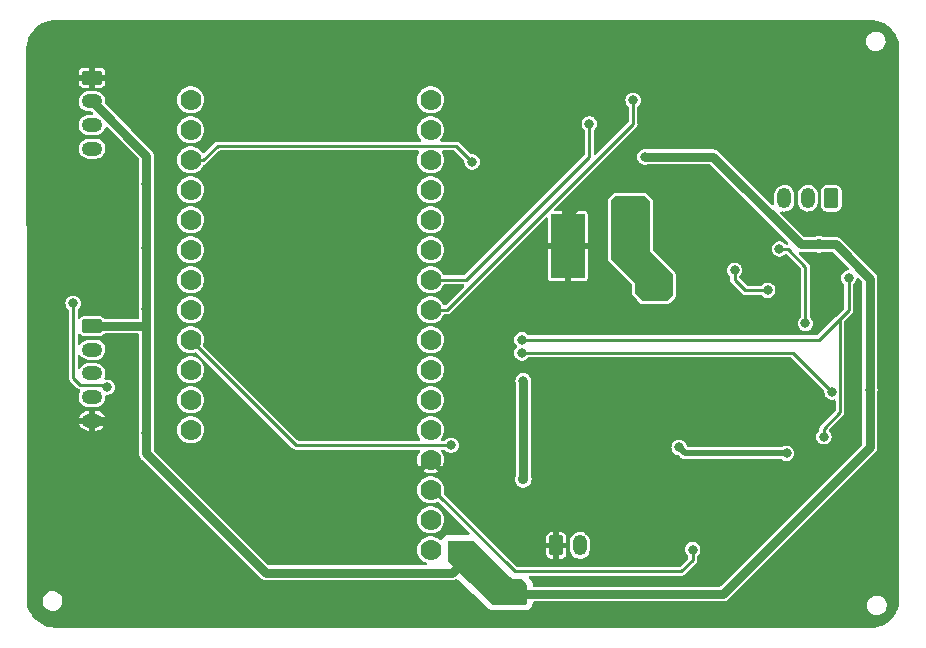
<source format=gbr>
%TF.GenerationSoftware,KiCad,Pcbnew,7.0.2-0*%
%TF.CreationDate,2023-11-25T15:14:41-08:00*%
%TF.ProjectId,Controller v1.1,436f6e74-726f-46c6-9c65-722076312e31,rev?*%
%TF.SameCoordinates,Original*%
%TF.FileFunction,Copper,L2,Bot*%
%TF.FilePolarity,Positive*%
%FSLAX46Y46*%
G04 Gerber Fmt 4.6, Leading zero omitted, Abs format (unit mm)*
G04 Created by KiCad (PCBNEW 7.0.2-0) date 2023-11-25 15:14:41*
%MOMM*%
%LPD*%
G01*
G04 APERTURE LIST*
G04 Aperture macros list*
%AMRoundRect*
0 Rectangle with rounded corners*
0 $1 Rounding radius*
0 $2 $3 $4 $5 $6 $7 $8 $9 X,Y pos of 4 corners*
0 Add a 4 corners polygon primitive as box body*
4,1,4,$2,$3,$4,$5,$6,$7,$8,$9,$2,$3,0*
0 Add four circle primitives for the rounded corners*
1,1,$1+$1,$2,$3*
1,1,$1+$1,$4,$5*
1,1,$1+$1,$6,$7*
1,1,$1+$1,$8,$9*
0 Add four rect primitives between the rounded corners*
20,1,$1+$1,$2,$3,$4,$5,0*
20,1,$1+$1,$4,$5,$6,$7,0*
20,1,$1+$1,$6,$7,$8,$9,0*
20,1,$1+$1,$8,$9,$2,$3,0*%
G04 Aperture macros list end*
%TA.AperFunction,ComponentPad*%
%ADD10RoundRect,0.250000X-0.625000X0.350000X-0.625000X-0.350000X0.625000X-0.350000X0.625000X0.350000X0*%
%TD*%
%TA.AperFunction,ComponentPad*%
%ADD11O,1.750000X1.200000*%
%TD*%
%TA.AperFunction,ComponentPad*%
%ADD12RoundRect,0.250000X0.350000X0.625000X-0.350000X0.625000X-0.350000X-0.625000X0.350000X-0.625000X0*%
%TD*%
%TA.AperFunction,ComponentPad*%
%ADD13O,1.200000X1.750000*%
%TD*%
%TA.AperFunction,ComponentPad*%
%ADD14C,0.600000*%
%TD*%
%TA.AperFunction,SMDPad,CuDef*%
%ADD15R,2.850000X5.400000*%
%TD*%
%TA.AperFunction,ComponentPad*%
%ADD16C,1.778000*%
%TD*%
%TA.AperFunction,ComponentPad*%
%ADD17RoundRect,0.250000X-0.350000X-0.625000X0.350000X-0.625000X0.350000X0.625000X-0.350000X0.625000X0*%
%TD*%
%TA.AperFunction,ViaPad*%
%ADD18C,0.800000*%
%TD*%
%TA.AperFunction,ViaPad*%
%ADD19C,0.900000*%
%TD*%
%TA.AperFunction,Conductor*%
%ADD20C,0.250000*%
%TD*%
%TA.AperFunction,Conductor*%
%ADD21C,1.000000*%
%TD*%
%TA.AperFunction,Conductor*%
%ADD22C,0.750000*%
%TD*%
%TA.AperFunction,Conductor*%
%ADD23C,0.500000*%
%TD*%
G04 APERTURE END LIST*
D10*
%TO.P,J3,1*%
%TO.N,lv_gate.output*%
X74000000Y-109925000D03*
D11*
%TO.P,J3,2*%
%TO.N,hall_pull[1].io*%
X74000000Y-111925000D03*
%TO.P,J3,3*%
%TO.N,hall_pull[2].io*%
X74000000Y-113925000D03*
%TO.P,J3,4*%
%TO.N,hall_pull[3].io*%
X74000000Y-115925000D03*
%TO.P,J3,5*%
%TO.N,gnd*%
X74000000Y-117925000D03*
%TD*%
D12*
%TO.P,J4,1*%
%TO.N,trigger.bldc_phase_1*%
X136600000Y-99100000D03*
D13*
%TO.P,J4,2*%
%TO.N,trigger.bldc_phase_2*%
X134600000Y-99100000D03*
%TO.P,J4,3*%
%TO.N,trigger.bldc_phase_3*%
X132600000Y-99100000D03*
%TD*%
D14*
%TO.P,U4,29*%
%TO.N,gnd*%
X115400000Y-105550000D03*
X115400000Y-103950000D03*
X115400000Y-102350000D03*
X115400000Y-100750000D03*
D15*
X114275000Y-103150000D03*
D14*
X113150000Y-105550000D03*
X113150000Y-103950000D03*
X113150000Y-102350000D03*
X113150000Y-100750000D03*
%TD*%
D16*
%TO.P,U1,1*%
%TO.N,N/C*%
X102660000Y-128860000D03*
%TO.P,U1,2*%
%TO.N,mcu.pwr_out*%
X102660000Y-126320000D03*
%TO.P,U1,3*%
%TO.N,hv_gate.control*%
X102660000Y-123780000D03*
%TO.P,U1,4*%
%TO.N,gnd*%
X102660000Y-121240000D03*
%TO.P,U1,5*%
%TO.N,isense.out*%
X102660000Y-118700000D03*
%TO.P,U1,6*%
%TO.N,vsense.output*%
X102660000Y-116160000D03*
%TO.P,U1,7*%
%TO.N,curr_amp[2].output*%
X102660000Y-113620000D03*
%TO.P,U1,8*%
%TO.N,curr_amp[1].output*%
X102660000Y-111080000D03*
%TO.P,U1,9*%
%TO.N,trigger.trigger_out*%
X102660000Y-108540000D03*
%TO.P,U1,10*%
%TO.N,curr_amp[3].output*%
X102660000Y-106000000D03*
%TO.P,U1,11*%
%TO.N,mcu.gpio.bldc_en_1*%
X102660000Y-103460000D03*
%TO.P,U1,12*%
%TO.N,mcu.gpio.bldc_in_2*%
X102660000Y-100920000D03*
%TO.P,U1,13*%
%TO.N,mcu.gpio.bldc_en_2*%
X102660000Y-98380000D03*
%TO.P,U1,14*%
%TO.N,mcu.gpio.bldc_in_3*%
X102660000Y-95840000D03*
%TO.P,U1,15*%
%TO.N,mcu.gpio.bldc_en_3*%
X102660000Y-93300000D03*
%TO.P,U1,16*%
%TO.N,bldc_drv.nfault*%
X102660000Y-90760000D03*
%TO.P,U1,17*%
%TO.N,i2c_pull.i2c.sda*%
X82340000Y-90760000D03*
%TO.P,U1,18*%
%TO.N,i2c_pull.i2c.scl*%
X82340000Y-93300000D03*
%TO.P,U1,19*%
%TO.N,bldc_drv.nreset*%
X82340000Y-95840000D03*
%TO.P,U1,20*%
%TO.N,sw1.out*%
X82340000Y-98380000D03*
%TO.P,U1,21*%
%TO.N,hall_rc[1].output*%
X82340000Y-100920000D03*
%TO.P,U1,22*%
%TO.N,hall_rc[2].output*%
X82340000Y-103460000D03*
%TO.P,U1,23*%
%TO.N,hall_rc[3].output*%
X82340000Y-106000000D03*
%TO.P,U1,24*%
%TO.N,mcu.gpio.bldc_in_1*%
X82340000Y-108540000D03*
%TO.P,U1,25*%
%TO.N,lv_gate.control*%
X82340000Y-111080000D03*
%TO.P,U1,26*%
%TO.N,mcu.vusb_out*%
X82340000Y-113620000D03*
%TO.P,U1,27*%
%TO.N,N/C*%
X82340000Y-116160000D03*
%TO.P,U1,28*%
X82340000Y-118700000D03*
%TD*%
D17*
%TO.P,J1,1*%
%TO.N,gnd*%
X113300000Y-128500000D03*
D13*
%TO.P,J1,2*%
%TO.N,motor_pwr.pwr*%
X115300000Y-128500000D03*
%TD*%
D10*
%TO.P,J2,1*%
%TO.N,gnd*%
X74000000Y-88900000D03*
D11*
%TO.P,J2,2*%
%TO.N,lv_gate.output*%
X74000000Y-90900000D03*
%TO.P,J2,3*%
%TO.N,i2c_pull.i2c.sda*%
X74000000Y-92900000D03*
%TO.P,J2,4*%
%TO.N,i2c_pull.i2c.scl*%
X74000000Y-94900000D03*
%TD*%
D18*
%TO.N,curr_amp[1].output*%
X110400000Y-111080000D03*
%TO.N,curr_amp[2].output*%
X110400000Y-112200000D03*
%TO.N,curr_amp[1].output*%
X135950000Y-119300000D03*
X138050000Y-105862500D03*
%TO.N,curr_amp[2].output*%
X136650000Y-115500000D03*
%TO.N,curr_amp[3].output*%
X116100000Y-92800000D03*
%TO.N,hall_rc[3].output*%
X72400000Y-108000000D03*
X75300000Y-115100000D03*
%TO.N,trigger.trigger_out*%
X119800000Y-90800000D03*
D19*
%TO.N,gnd*%
X128600000Y-114800000D03*
X129800000Y-96800000D03*
X127150000Y-109100000D03*
X76200000Y-100900000D03*
X126025000Y-93606250D03*
X113600000Y-88300000D03*
X114700000Y-88300000D03*
X114500000Y-118300000D03*
X128600000Y-117000000D03*
X129500000Y-100300000D03*
X128600000Y-115900000D03*
X129000000Y-96000000D03*
X115800000Y-88300000D03*
X113300000Y-134100000D03*
X114500000Y-117300000D03*
X114400000Y-134100000D03*
X76650000Y-114050000D03*
X126050000Y-109100000D03*
X128700000Y-99500000D03*
X127125000Y-93606250D03*
X124950000Y-109100000D03*
X112200000Y-134100000D03*
X128000000Y-119200000D03*
X124925000Y-93606250D03*
D18*
%TO.N,hv_gate.control*%
X124850000Y-128850000D03*
%TO.N,lv_gate.control*%
X104400000Y-120012500D03*
%TO.N,bldc_drv.nreset*%
X106176944Y-96023056D03*
%TO.N,curr[2].pwr_out*%
X134400000Y-109700000D03*
X132200000Y-103400000D03*
%TO.N,curr[1].pwr_out*%
X131200000Y-106900000D03*
X128400000Y-105200500D03*
%TO.N,hv_gate.output*%
X123700000Y-120200000D03*
X132800000Y-120700000D03*
D19*
%TO.N,isense.pwr_out*%
X120900000Y-106000000D03*
X122400000Y-106000000D03*
X118775000Y-100600000D03*
X118775000Y-99600000D03*
X122400000Y-107000000D03*
X120300000Y-100600000D03*
X120300000Y-99600000D03*
X120900000Y-107000000D03*
%TO.N,lv_gate.output*%
X106300000Y-129000000D03*
X105000000Y-129000000D03*
D18*
X110500000Y-114550000D03*
D19*
X135550000Y-103000000D03*
D18*
X78600000Y-119000000D03*
D19*
X110500000Y-122900000D03*
X108800000Y-132600000D03*
D18*
X120800000Y-95600000D03*
X78600000Y-103300000D03*
X139850000Y-115300000D03*
X78600000Y-97900000D03*
D19*
X110000000Y-132600000D03*
D18*
X78600000Y-108500000D03*
%TD*%
D20*
%TO.N,curr_amp[2].output*%
X110400000Y-112200000D02*
X133350000Y-112200000D01*
X133350000Y-112200000D02*
X136650000Y-115500000D01*
%TO.N,curr_amp[1].output*%
X135570000Y-111080000D02*
X137250000Y-109400000D01*
X110400000Y-111080000D02*
X135570000Y-111080000D01*
X137250000Y-109400000D02*
X137325000Y-109475000D01*
X137250000Y-109400000D02*
X138050000Y-108600000D01*
X135950000Y-118600000D02*
X135950000Y-119300000D01*
X137325000Y-109475000D02*
X137325000Y-117225000D01*
X138050000Y-108600000D02*
X138050000Y-105862500D01*
X137325000Y-117225000D02*
X135950000Y-118600000D01*
%TO.N,curr_amp[3].output*%
X116100000Y-95600000D02*
X105700000Y-106000000D01*
X116100000Y-92800000D02*
X116100000Y-95600000D01*
X105700000Y-106000000D02*
X102660000Y-106000000D01*
%TO.N,hall_rc[3].output*%
X75100000Y-114900000D02*
X73000000Y-114900000D01*
X73000000Y-114900000D02*
X72400000Y-114300000D01*
X75300000Y-115100000D02*
X75100000Y-114900000D01*
X72400000Y-114300000D02*
X72400000Y-108000000D01*
%TO.N,trigger.trigger_out*%
X119800000Y-90800000D02*
X119800000Y-92800000D01*
X119800000Y-92800000D02*
X104060000Y-108540000D01*
X104060000Y-108540000D02*
X102660000Y-108540000D01*
D21*
%TO.N,gnd*%
X120793750Y-93606250D02*
X124925000Y-93606250D01*
X124925000Y-93606250D02*
X127125000Y-93606250D01*
X124950000Y-109100000D02*
X127150000Y-109100000D01*
X114275000Y-103150000D02*
X114275000Y-100375000D01*
X124675000Y-100275000D02*
X124675000Y-108825000D01*
X122050000Y-97650000D02*
X124675000Y-100275000D01*
X114275000Y-100375000D02*
X117000000Y-97650000D01*
D22*
X77025000Y-114425000D02*
X77025000Y-116775000D01*
X77025000Y-116775000D02*
X75875000Y-117925000D01*
X76650000Y-114050000D02*
X77025000Y-114425000D01*
D21*
X117000000Y-97650000D02*
X122050000Y-97650000D01*
D22*
X75875000Y-117925000D02*
X74000000Y-117925000D01*
D21*
X124675000Y-108825000D02*
X124950000Y-109100000D01*
X118300000Y-97650000D02*
X118300000Y-96100000D01*
X118300000Y-96100000D02*
X120793750Y-93606250D01*
D20*
%TO.N,hv_gate.control*%
X102880000Y-123780000D02*
X102660000Y-123780000D01*
X124850000Y-129750000D02*
X123900000Y-130700000D01*
X109800000Y-130700000D02*
X102880000Y-123780000D01*
X123900000Y-130700000D02*
X109800000Y-130700000D01*
X124850000Y-128850000D02*
X124850000Y-129750000D01*
%TO.N,lv_gate.control*%
X91260000Y-120000000D02*
X82340000Y-111080000D01*
X104400000Y-120012500D02*
X104387500Y-120000000D01*
X104387500Y-120000000D02*
X91260000Y-120000000D01*
%TO.N,bldc_drv.nreset*%
X104829888Y-94676000D02*
X84624000Y-94676000D01*
X83400000Y-95900000D02*
X82400000Y-95900000D01*
X82400000Y-95900000D02*
X82340000Y-95840000D01*
X84624000Y-94676000D02*
X83400000Y-95900000D01*
X106176944Y-96023056D02*
X104829888Y-94676000D01*
%TO.N,curr[2].pwr_out*%
X134400000Y-104900000D02*
X132900000Y-103400000D01*
X132900000Y-103400000D02*
X132200000Y-103400000D01*
X134400000Y-109700000D02*
X134400000Y-104900000D01*
%TO.N,curr[1].pwr_out*%
X131200000Y-106900000D02*
X129300000Y-106900000D01*
X128400000Y-106000000D02*
X128400000Y-105200500D01*
X129300000Y-106900000D02*
X128400000Y-106000000D01*
D23*
%TO.N,hv_gate.output*%
X132800000Y-120700000D02*
X124200000Y-120700000D01*
X124200000Y-120700000D02*
X123700000Y-120200000D01*
D22*
%TO.N,lv_gate.output*%
X135550000Y-103000000D02*
X136950000Y-103000000D01*
X126600000Y-95600000D02*
X120800000Y-95600000D01*
X135550000Y-103000000D02*
X134000000Y-103000000D01*
X78600000Y-103700000D02*
X78600000Y-95500000D01*
X139850000Y-120200000D02*
X127450000Y-132600000D01*
X110500000Y-122900000D02*
X110500000Y-114550000D01*
X78600000Y-109925000D02*
X74000000Y-109925000D01*
X78600000Y-120700000D02*
X78600000Y-109925000D01*
X106300000Y-129000000D02*
X104500000Y-130800000D01*
X88700000Y-130800000D02*
X78600000Y-120700000D01*
X104500000Y-130800000D02*
X88700000Y-130800000D01*
X127450000Y-132600000D02*
X110000000Y-132600000D01*
X78600000Y-95500000D02*
X74000000Y-90900000D01*
X136950000Y-103000000D02*
X139850000Y-105900000D01*
D23*
X78600000Y-103700000D02*
X78600000Y-103300000D01*
D22*
X134000000Y-103000000D02*
X126600000Y-95600000D01*
X78600000Y-109925000D02*
X78600000Y-103700000D01*
X139850000Y-105900000D02*
X139850000Y-120200000D01*
%TD*%
%TA.AperFunction,Conductor*%
%TO.N,gnd*%
G36*
X139833754Y-84000494D02*
G01*
X139833788Y-84000500D01*
X139852405Y-84000500D01*
X139896249Y-84000500D01*
X139903736Y-84000726D01*
X140187771Y-84017907D01*
X140202632Y-84019711D01*
X140478836Y-84070327D01*
X140493358Y-84073907D01*
X140761447Y-84157447D01*
X140775434Y-84162751D01*
X141019375Y-84272540D01*
X141031500Y-84277997D01*
X141044758Y-84284955D01*
X141285062Y-84430224D01*
X141297373Y-84438722D01*
X141403883Y-84522167D01*
X141518417Y-84611899D01*
X141529625Y-84621829D01*
X141728170Y-84820374D01*
X141738100Y-84831582D01*
X141906997Y-85047163D01*
X141911273Y-85052620D01*
X141919777Y-85064940D01*
X141920911Y-85066816D01*
X142065043Y-85305240D01*
X142072002Y-85318499D01*
X142187246Y-85574561D01*
X142192555Y-85588561D01*
X142276089Y-85856630D01*
X142279673Y-85871170D01*
X142330287Y-86147366D01*
X142332092Y-86162230D01*
X142349274Y-86446262D01*
X142349500Y-86453749D01*
X142349500Y-133046249D01*
X142349274Y-133053736D01*
X142332092Y-133337769D01*
X142330287Y-133352633D01*
X142279673Y-133628829D01*
X142276089Y-133643369D01*
X142192555Y-133911438D01*
X142187246Y-133925438D01*
X142072002Y-134181500D01*
X142065043Y-134194759D01*
X141919779Y-134435056D01*
X141911273Y-134447379D01*
X141738100Y-134668417D01*
X141728170Y-134679625D01*
X141529625Y-134878170D01*
X141518417Y-134888100D01*
X141297379Y-135061273D01*
X141285056Y-135069779D01*
X141044759Y-135215043D01*
X141031500Y-135222002D01*
X140775438Y-135337246D01*
X140761438Y-135342555D01*
X140493369Y-135426089D01*
X140478829Y-135429673D01*
X140202633Y-135480287D01*
X140187769Y-135482092D01*
X139903778Y-135499271D01*
X139896201Y-135499497D01*
X70967054Y-135449548D01*
X70966749Y-135449500D01*
X70947595Y-135449500D01*
X70903751Y-135449500D01*
X70896264Y-135449274D01*
X70612230Y-135432092D01*
X70597366Y-135430287D01*
X70321170Y-135379673D01*
X70306630Y-135376089D01*
X70038561Y-135292555D01*
X70024561Y-135287246D01*
X69768499Y-135172002D01*
X69755240Y-135165043D01*
X69514943Y-135019779D01*
X69502620Y-135011273D01*
X69281582Y-134838100D01*
X69270374Y-134828170D01*
X69071829Y-134629625D01*
X69061899Y-134618417D01*
X68927899Y-134447379D01*
X68888722Y-134397373D01*
X68880224Y-134385062D01*
X68734955Y-134144758D01*
X68727997Y-134131500D01*
X68682377Y-134030136D01*
X68612751Y-133875434D01*
X68607447Y-133861447D01*
X68523907Y-133593358D01*
X68520326Y-133578829D01*
X68511336Y-133529773D01*
X68469711Y-133302632D01*
X68467907Y-133287769D01*
X68466577Y-133265788D01*
X68459862Y-133154775D01*
X69815828Y-133154775D01*
X69825607Y-133335151D01*
X69850136Y-133423492D01*
X69873936Y-133509212D01*
X69884837Y-133529773D01*
X69958551Y-133668815D01*
X70075498Y-133806494D01*
X70219308Y-133915817D01*
X70383253Y-133991666D01*
X70383254Y-133991666D01*
X70383256Y-133991667D01*
X70559678Y-134030500D01*
X70691670Y-134030500D01*
X70695028Y-134030500D01*
X70829586Y-134015866D01*
X71000774Y-133958186D01*
X71155561Y-133865054D01*
X71286708Y-133740825D01*
X71388083Y-133591307D01*
X71454947Y-133423492D01*
X71484172Y-133245227D01*
X71474392Y-133064848D01*
X71426064Y-132890788D01*
X71341449Y-132731186D01*
X71341448Y-132731184D01*
X71224501Y-132593505D01*
X71080691Y-132484182D01*
X70916746Y-132408333D01*
X70740322Y-132369500D01*
X70604972Y-132369500D01*
X70601635Y-132369862D01*
X70601633Y-132369863D01*
X70470414Y-132384133D01*
X70299222Y-132441815D01*
X70144440Y-132534944D01*
X70013293Y-132659173D01*
X69911915Y-132808695D01*
X69845053Y-132976505D01*
X69832392Y-133053736D01*
X69823794Y-133106186D01*
X69815828Y-133154775D01*
X68459862Y-133154775D01*
X68450726Y-133003736D01*
X68450500Y-132996249D01*
X68450500Y-132929960D01*
X68450491Y-132929911D01*
X68450489Y-132909944D01*
X68448704Y-117674999D01*
X72909624Y-117674999D01*
X72909625Y-117675000D01*
X73720440Y-117675000D01*
X73681722Y-117717059D01*
X73631449Y-117831670D01*
X73621114Y-117956395D01*
X73651837Y-118077719D01*
X73715394Y-118175000D01*
X72912258Y-118175000D01*
X72930714Y-118241472D01*
X73017314Y-118404820D01*
X73137012Y-118545737D01*
X73284195Y-118657624D01*
X73451991Y-118735254D01*
X73632557Y-118775000D01*
X73750000Y-118775000D01*
X73750000Y-118205617D01*
X73819052Y-118259363D01*
X73937424Y-118300000D01*
X74031073Y-118300000D01*
X74123446Y-118284586D01*
X74233514Y-118225019D01*
X74250000Y-118207110D01*
X74250000Y-118775000D01*
X74317726Y-118775000D01*
X74324422Y-118774636D01*
X74458801Y-118760022D01*
X74634009Y-118700988D01*
X74792431Y-118605669D01*
X74926655Y-118478524D01*
X75030413Y-118325492D01*
X75090376Y-118175000D01*
X74279560Y-118175000D01*
X74318278Y-118132941D01*
X74368551Y-118018330D01*
X74378886Y-117893605D01*
X74348163Y-117772281D01*
X74284606Y-117675000D01*
X75087742Y-117675000D01*
X75087742Y-117674999D01*
X75069285Y-117608527D01*
X74982685Y-117445179D01*
X74862987Y-117304262D01*
X74715804Y-117192375D01*
X74548008Y-117114745D01*
X74367443Y-117075000D01*
X74250000Y-117075000D01*
X74250000Y-117644382D01*
X74180948Y-117590637D01*
X74062576Y-117550000D01*
X73968927Y-117550000D01*
X73876554Y-117565414D01*
X73766486Y-117624981D01*
X73750000Y-117642889D01*
X73750000Y-117075000D01*
X73682274Y-117075000D01*
X73675577Y-117075363D01*
X73541198Y-117089977D01*
X73365990Y-117149011D01*
X73207568Y-117244330D01*
X73073344Y-117371475D01*
X72969586Y-117524507D01*
X72909624Y-117674999D01*
X68448704Y-117674999D01*
X68447570Y-108000000D01*
X71744721Y-108000000D01*
X71763763Y-108156818D01*
X71819780Y-108304523D01*
X71909515Y-108434528D01*
X71909516Y-108434529D01*
X71909517Y-108434530D01*
X71982727Y-108499387D01*
X72019853Y-108558574D01*
X72024500Y-108592202D01*
X72024500Y-114248196D01*
X72021861Y-114273642D01*
X72019633Y-114284267D01*
X72023548Y-114315676D01*
X72024500Y-114331013D01*
X72024500Y-114331116D01*
X72027918Y-114351602D01*
X72028657Y-114356670D01*
X72036107Y-114416438D01*
X72036185Y-114416682D01*
X72064827Y-114469608D01*
X72067171Y-114474162D01*
X72093634Y-114528292D01*
X72093777Y-114528482D01*
X72099579Y-114533824D01*
X72099581Y-114533826D01*
X72138108Y-114569293D01*
X72141780Y-114572817D01*
X72697850Y-115128887D01*
X72713977Y-115148746D01*
X72719915Y-115157835D01*
X72744894Y-115177277D01*
X72756412Y-115187449D01*
X72756481Y-115187518D01*
X72773389Y-115199590D01*
X72777494Y-115202650D01*
X72818811Y-115234809D01*
X72818812Y-115234809D01*
X72825043Y-115239659D01*
X72825234Y-115239757D01*
X72832800Y-115242009D01*
X72832801Y-115242010D01*
X72882955Y-115256941D01*
X72887792Y-115258490D01*
X72937340Y-115275500D01*
X72937341Y-115275500D01*
X72946589Y-115278675D01*
X73003604Y-115319061D01*
X73029734Y-115383861D01*
X73016682Y-115452501D01*
X73008959Y-115465542D01*
X72969141Y-115524269D01*
X72900669Y-115696121D01*
X72870740Y-115878685D01*
X72880754Y-116063407D01*
X72930245Y-116241658D01*
X73016899Y-116405103D01*
X73136663Y-116546100D01*
X73283936Y-116658055D01*
X73451830Y-116735731D01*
X73451831Y-116735731D01*
X73451833Y-116735732D01*
X73632503Y-116775500D01*
X74317754Y-116775500D01*
X74321113Y-116775500D01*
X74458910Y-116760514D01*
X74634221Y-116701444D01*
X74792736Y-116606070D01*
X74927041Y-116478849D01*
X75030858Y-116325730D01*
X75099331Y-116153875D01*
X75129260Y-115971317D01*
X75124374Y-115881213D01*
X75140401Y-115813206D01*
X75190651Y-115764660D01*
X75248193Y-115750500D01*
X75378985Y-115750500D01*
X75532365Y-115712696D01*
X75672240Y-115639283D01*
X75790483Y-115534530D01*
X75880220Y-115404523D01*
X75936237Y-115256818D01*
X75955278Y-115100000D01*
X75936237Y-114943182D01*
X75880220Y-114795477D01*
X75790483Y-114665470D01*
X75672240Y-114560717D01*
X75610460Y-114528292D01*
X75532364Y-114487303D01*
X75378985Y-114449500D01*
X75221015Y-114449500D01*
X75221013Y-114449500D01*
X75189580Y-114457247D01*
X75119778Y-114454177D01*
X75062716Y-114413857D01*
X75036512Y-114349087D01*
X75044714Y-114290953D01*
X75051612Y-114273642D01*
X75099331Y-114153875D01*
X75129260Y-113971317D01*
X75119245Y-113786593D01*
X75069754Y-113608341D01*
X74983100Y-113444896D01*
X74863337Y-113303900D01*
X74863336Y-113303899D01*
X74716063Y-113191944D01*
X74548169Y-113114268D01*
X74367497Y-113074500D01*
X73678887Y-113074500D01*
X73675552Y-113074862D01*
X73675546Y-113074863D01*
X73541091Y-113089485D01*
X73365779Y-113148556D01*
X73207262Y-113243931D01*
X73072957Y-113371152D01*
X73002133Y-113475610D01*
X72948219Y-113520051D01*
X72878837Y-113528289D01*
X72816015Y-113497708D01*
X72779699Y-113438018D01*
X72775500Y-113406023D01*
X72775500Y-112448389D01*
X72795185Y-112381350D01*
X72847989Y-112335595D01*
X72917147Y-112325651D01*
X72980703Y-112354676D01*
X73009053Y-112390303D01*
X73016900Y-112405104D01*
X73016901Y-112405105D01*
X73136663Y-112546100D01*
X73283936Y-112658055D01*
X73451830Y-112735731D01*
X73451831Y-112735731D01*
X73451833Y-112735732D01*
X73632503Y-112775500D01*
X74317754Y-112775500D01*
X74321113Y-112775500D01*
X74458910Y-112760514D01*
X74634221Y-112701444D01*
X74792736Y-112606070D01*
X74927041Y-112478849D01*
X75030858Y-112325730D01*
X75099331Y-112153875D01*
X75129260Y-111971317D01*
X75119245Y-111786593D01*
X75114898Y-111770938D01*
X75069754Y-111608341D01*
X74983100Y-111444896D01*
X74863336Y-111303899D01*
X74716063Y-111191944D01*
X74548169Y-111114268D01*
X74367497Y-111074500D01*
X73678887Y-111074500D01*
X73675552Y-111074862D01*
X73675546Y-111074863D01*
X73541091Y-111089485D01*
X73365779Y-111148556D01*
X73207262Y-111243931D01*
X73072957Y-111371152D01*
X73002133Y-111475610D01*
X72948219Y-111520051D01*
X72878837Y-111528289D01*
X72816015Y-111497708D01*
X72779699Y-111438018D01*
X72775500Y-111406023D01*
X72775500Y-110681894D01*
X72795185Y-110614855D01*
X72847989Y-110569100D01*
X72917147Y-110559156D01*
X72980703Y-110588181D01*
X72998765Y-110607581D01*
X73017454Y-110632546D01*
X73132669Y-110718796D01*
X73267517Y-110769091D01*
X73327127Y-110775500D01*
X74672872Y-110775499D01*
X74732483Y-110769091D01*
X74867331Y-110718796D01*
X74982546Y-110632546D01*
X75006767Y-110600190D01*
X75062701Y-110558318D01*
X75106035Y-110550500D01*
X77850500Y-110550500D01*
X77917539Y-110570185D01*
X77963294Y-110622989D01*
X77974500Y-110674500D01*
X77974500Y-118792147D01*
X77966443Y-118836116D01*
X77963763Y-118843182D01*
X77944721Y-119000000D01*
X77958491Y-119113398D01*
X77963763Y-119156818D01*
X77966442Y-119163883D01*
X77974500Y-119207852D01*
X77974499Y-120617256D01*
X77972235Y-120637763D01*
X77974439Y-120707872D01*
X77974500Y-120711767D01*
X77974500Y-120739350D01*
X77974988Y-120743219D01*
X77974989Y-120743225D01*
X77975004Y-120743343D01*
X77975918Y-120754967D01*
X77977290Y-120798626D01*
X77982879Y-120817860D01*
X77986825Y-120836916D01*
X77989335Y-120856792D01*
X78005414Y-120897404D01*
X78009197Y-120908451D01*
X78021382Y-120950391D01*
X78031580Y-120967635D01*
X78040136Y-120985100D01*
X78047514Y-121003732D01*
X78047515Y-121003733D01*
X78073180Y-121039059D01*
X78079593Y-121048822D01*
X78101826Y-121086416D01*
X78101829Y-121086419D01*
X78101830Y-121086420D01*
X78115995Y-121100585D01*
X78128627Y-121115375D01*
X78140406Y-121131587D01*
X78174058Y-121159426D01*
X78182699Y-121167289D01*
X88199196Y-131183787D01*
X88212096Y-131199888D01*
X88263223Y-131247900D01*
X88266020Y-131250611D01*
X88285529Y-131270120D01*
X88288709Y-131272587D01*
X88297571Y-131280155D01*
X88329418Y-131310062D01*
X88337977Y-131314767D01*
X88346972Y-131319712D01*
X88363236Y-131330396D01*
X88374972Y-131339499D01*
X88379064Y-131342673D01*
X88403909Y-131353424D01*
X88419152Y-131360021D01*
X88429631Y-131365154D01*
X88467908Y-131386197D01*
X88487306Y-131391177D01*
X88505708Y-131397477D01*
X88524104Y-131405438D01*
X88567261Y-131412273D01*
X88578664Y-131414634D01*
X88620981Y-131425500D01*
X88641016Y-131425500D01*
X88660413Y-131427026D01*
X88680196Y-131430160D01*
X88723674Y-131426050D01*
X88735344Y-131425500D01*
X104417256Y-131425500D01*
X104437762Y-131427764D01*
X104440665Y-131427672D01*
X104440667Y-131427673D01*
X104507872Y-131425561D01*
X104511768Y-131425500D01*
X104535448Y-131425500D01*
X104539350Y-131425500D01*
X104543313Y-131424999D01*
X104554962Y-131424080D01*
X104598627Y-131422709D01*
X104617859Y-131417120D01*
X104636918Y-131413174D01*
X104644091Y-131412268D01*
X104656792Y-131410664D01*
X104697407Y-131394582D01*
X104708444Y-131390803D01*
X104750390Y-131378618D01*
X104767629Y-131368422D01*
X104785098Y-131359864D01*
X104796809Y-131355227D01*
X104866387Y-131348849D01*
X104927738Y-131380499D01*
X104976851Y-131427027D01*
X107480065Y-133798494D01*
X107516475Y-133832987D01*
X107517553Y-133833916D01*
X107517569Y-133833931D01*
X107549470Y-133861438D01*
X107552296Y-133863875D01*
X107570537Y-133878172D01*
X107609074Y-133905567D01*
X107739951Y-133965338D01*
X107806990Y-133985023D01*
X107806994Y-133985024D01*
X107949410Y-134005500D01*
X110672676Y-134005500D01*
X110676000Y-134005500D01*
X110783456Y-133993947D01*
X110834967Y-133982741D01*
X110884352Y-133966304D01*
X110937503Y-133948614D01*
X111004801Y-133905362D01*
X111058543Y-133870825D01*
X111111347Y-133825070D01*
X111205567Y-133716336D01*
X111265338Y-133585459D01*
X111281689Y-133529775D01*
X139615828Y-133529775D01*
X139625607Y-133710151D01*
X139650136Y-133798492D01*
X139673936Y-133884212D01*
X139708079Y-133948613D01*
X139758551Y-134043815D01*
X139875498Y-134181494D01*
X140019308Y-134290817D01*
X140183253Y-134366666D01*
X140183254Y-134366666D01*
X140183256Y-134366667D01*
X140359678Y-134405500D01*
X140491670Y-134405500D01*
X140495028Y-134405500D01*
X140629586Y-134390866D01*
X140800774Y-134333186D01*
X140955561Y-134240054D01*
X141086708Y-134115825D01*
X141188083Y-133966307D01*
X141254947Y-133798492D01*
X141284172Y-133620227D01*
X141274392Y-133439848D01*
X141226064Y-133265788D01*
X141141449Y-133106186D01*
X141141448Y-133106184D01*
X141024501Y-132968505D01*
X140880691Y-132859182D01*
X140716746Y-132783333D01*
X140540322Y-132744500D01*
X140404972Y-132744500D01*
X140401635Y-132744862D01*
X140401633Y-132744863D01*
X140270414Y-132759133D01*
X140099222Y-132816815D01*
X139944440Y-132909944D01*
X139813293Y-133034173D01*
X139711915Y-133183695D01*
X139645053Y-133351505D01*
X139630570Y-133439848D01*
X139617690Y-133518420D01*
X139615828Y-133529775D01*
X111281689Y-133529775D01*
X111285023Y-133518420D01*
X111285024Y-133518416D01*
X111305500Y-133376000D01*
X111305500Y-133349499D01*
X111325185Y-133282461D01*
X111377989Y-133236706D01*
X111429500Y-133225500D01*
X127367256Y-133225500D01*
X127387762Y-133227764D01*
X127390665Y-133227672D01*
X127390667Y-133227673D01*
X127457872Y-133225561D01*
X127461768Y-133225500D01*
X127485448Y-133225500D01*
X127489350Y-133225500D01*
X127493313Y-133224999D01*
X127504962Y-133224080D01*
X127548627Y-133222709D01*
X127567859Y-133217120D01*
X127586918Y-133213174D01*
X127593196Y-133212381D01*
X127606792Y-133210664D01*
X127647407Y-133194582D01*
X127658444Y-133190803D01*
X127700390Y-133178618D01*
X127717629Y-133168422D01*
X127735102Y-133159862D01*
X127753732Y-133152486D01*
X127789064Y-133126814D01*
X127798830Y-133120400D01*
X127822865Y-133106186D01*
X127836420Y-133098170D01*
X127850585Y-133084004D01*
X127865373Y-133071373D01*
X127881587Y-133059594D01*
X127909438Y-133025926D01*
X127917279Y-133017309D01*
X140233789Y-120700800D01*
X140249885Y-120687906D01*
X140251873Y-120685787D01*
X140251877Y-120685786D01*
X140297949Y-120636723D01*
X140300534Y-120634055D01*
X140320120Y-120614471D01*
X140322585Y-120611292D01*
X140330167Y-120602416D01*
X140360062Y-120570582D01*
X140369717Y-120553018D01*
X140380394Y-120536764D01*
X140392673Y-120520936D01*
X140410018Y-120480852D01*
X140415160Y-120470356D01*
X140436197Y-120432092D01*
X140441179Y-120412684D01*
X140447481Y-120394280D01*
X140455437Y-120375896D01*
X140462269Y-120332752D01*
X140464633Y-120321338D01*
X140475500Y-120279019D01*
X140475500Y-120258983D01*
X140477027Y-120239584D01*
X140478721Y-120228888D01*
X140480160Y-120219804D01*
X140476050Y-120176324D01*
X140475500Y-120164655D01*
X140475500Y-115507852D01*
X140483557Y-115463883D01*
X140486237Y-115456818D01*
X140505278Y-115300000D01*
X140486237Y-115143182D01*
X140483556Y-115136114D01*
X140475500Y-115092147D01*
X140475500Y-105982739D01*
X140477763Y-105962238D01*
X140477301Y-105947543D01*
X140475561Y-105892144D01*
X140475500Y-105888250D01*
X140475500Y-105864544D01*
X140475500Y-105860650D01*
X140474998Y-105856681D01*
X140474080Y-105845024D01*
X140472709Y-105801373D01*
X140467120Y-105782137D01*
X140463176Y-105763093D01*
X140460664Y-105743208D01*
X140444582Y-105702591D01*
X140440798Y-105691540D01*
X140438749Y-105684486D01*
X140428617Y-105649610D01*
X140424886Y-105643302D01*
X140418421Y-105632369D01*
X140409863Y-105614902D01*
X140402486Y-105596268D01*
X140376798Y-105560912D01*
X140370409Y-105551184D01*
X140348170Y-105513579D01*
X140334006Y-105499415D01*
X140321369Y-105484620D01*
X140309595Y-105468414D01*
X140309594Y-105468413D01*
X140275935Y-105440568D01*
X140267305Y-105432714D01*
X137450802Y-102616211D01*
X137437906Y-102600113D01*
X137386775Y-102552098D01*
X137383978Y-102549387D01*
X137367227Y-102532636D01*
X137364471Y-102529880D01*
X137361290Y-102527412D01*
X137352422Y-102519837D01*
X137320582Y-102489938D01*
X137303024Y-102480285D01*
X137286764Y-102469604D01*
X137270936Y-102457327D01*
X137230851Y-102439980D01*
X137220361Y-102434841D01*
X137182091Y-102413802D01*
X137162691Y-102408821D01*
X137144284Y-102402519D01*
X137125897Y-102394562D01*
X137082758Y-102387729D01*
X137071324Y-102385361D01*
X137029019Y-102374500D01*
X137008984Y-102374500D01*
X136989586Y-102372973D01*
X136982162Y-102371797D01*
X136969805Y-102369840D01*
X136969804Y-102369840D01*
X136936751Y-102372964D01*
X136926325Y-102373950D01*
X136914656Y-102374500D01*
X135896121Y-102374500D01*
X135838496Y-102360296D01*
X135800225Y-102340210D01*
X135800222Y-102340209D01*
X135715341Y-102319288D01*
X135635056Y-102299500D01*
X135464944Y-102299500D01*
X135410919Y-102312815D01*
X135299777Y-102340209D01*
X135299775Y-102340209D01*
X135299775Y-102340210D01*
X135261503Y-102360296D01*
X135203879Y-102374500D01*
X134310453Y-102374500D01*
X134243414Y-102354815D01*
X134222772Y-102338181D01*
X132299967Y-100415376D01*
X132266482Y-100354053D01*
X132271466Y-100284361D01*
X132313338Y-100228428D01*
X132378802Y-100204011D01*
X132407709Y-100205329D01*
X132553681Y-100229260D01*
X132553682Y-100229259D01*
X132553683Y-100229260D01*
X132738407Y-100219245D01*
X132916659Y-100169754D01*
X133080104Y-100083100D01*
X133221100Y-99963337D01*
X133333054Y-99816064D01*
X133333053Y-99816064D01*
X133333055Y-99816063D01*
X133410731Y-99648169D01*
X133410730Y-99648169D01*
X133410732Y-99648167D01*
X133450500Y-99467497D01*
X133450500Y-99421113D01*
X133749500Y-99421113D01*
X133749862Y-99424448D01*
X133749863Y-99424453D01*
X133764485Y-99558908D01*
X133764486Y-99558910D01*
X133823556Y-99734221D01*
X133918930Y-99892736D01*
X133918931Y-99892737D01*
X134026943Y-100006764D01*
X134046151Y-100027041D01*
X134199270Y-100130858D01*
X134199271Y-100130858D01*
X134199272Y-100130859D01*
X134371121Y-100199330D01*
X134371123Y-100199330D01*
X134371125Y-100199331D01*
X134553683Y-100229260D01*
X134738407Y-100219245D01*
X134916659Y-100169754D01*
X135080104Y-100083100D01*
X135221100Y-99963337D01*
X135333054Y-99816064D01*
X135333053Y-99816064D01*
X135333055Y-99816063D01*
X135354561Y-99769578D01*
X135749500Y-99769578D01*
X135749501Y-99772872D01*
X135755909Y-99832483D01*
X135806204Y-99967331D01*
X135892454Y-100082546D01*
X136007669Y-100168796D01*
X136142517Y-100219091D01*
X136202127Y-100225500D01*
X136997872Y-100225499D01*
X137057483Y-100219091D01*
X137192331Y-100168796D01*
X137307546Y-100082546D01*
X137393796Y-99967331D01*
X137444091Y-99832483D01*
X137450500Y-99772873D01*
X137450499Y-98427128D01*
X137444091Y-98367517D01*
X137393796Y-98232669D01*
X137307546Y-98117454D01*
X137192331Y-98031204D01*
X137057483Y-97980909D01*
X136997873Y-97974500D01*
X136994550Y-97974500D01*
X136205439Y-97974500D01*
X136205420Y-97974500D01*
X136202128Y-97974501D01*
X136198848Y-97974853D01*
X136198840Y-97974854D01*
X136142515Y-97980909D01*
X136007669Y-98031204D01*
X135892454Y-98117454D01*
X135806204Y-98232668D01*
X135755910Y-98367515D01*
X135755909Y-98367517D01*
X135749500Y-98427127D01*
X135749500Y-98430448D01*
X135749500Y-98430449D01*
X135749500Y-99769560D01*
X135749500Y-99769578D01*
X135354561Y-99769578D01*
X135410731Y-99648169D01*
X135410730Y-99648169D01*
X135410732Y-99648167D01*
X135450500Y-99467497D01*
X135450500Y-98778887D01*
X135435514Y-98641090D01*
X135376444Y-98465779D01*
X135281070Y-98307264D01*
X135153849Y-98172959D01*
X135000730Y-98069142D01*
X135000729Y-98069141D01*
X135000727Y-98069140D01*
X134828878Y-98000669D01*
X134737595Y-97985704D01*
X134646317Y-97970740D01*
X134646314Y-97970740D01*
X134461592Y-97980754D01*
X134283341Y-98030245D01*
X134119896Y-98116899D01*
X133978899Y-98236663D01*
X133866944Y-98383936D01*
X133789268Y-98551830D01*
X133753997Y-98712072D01*
X133749500Y-98732503D01*
X133749500Y-99421113D01*
X133450500Y-99421113D01*
X133450500Y-98778887D01*
X133435514Y-98641090D01*
X133376444Y-98465779D01*
X133281070Y-98307264D01*
X133153849Y-98172959D01*
X133000730Y-98069142D01*
X133000729Y-98069141D01*
X133000727Y-98069140D01*
X132828878Y-98000669D01*
X132737596Y-97985704D01*
X132646317Y-97970740D01*
X132646314Y-97970740D01*
X132461592Y-97980754D01*
X132283341Y-98030245D01*
X132119896Y-98116899D01*
X131978899Y-98236663D01*
X131866944Y-98383936D01*
X131789268Y-98551830D01*
X131753997Y-98712072D01*
X131749500Y-98732503D01*
X131749500Y-99421113D01*
X131749862Y-99424448D01*
X131749863Y-99424453D01*
X131765577Y-99568945D01*
X131753256Y-99637720D01*
X131705708Y-99688915D01*
X131638030Y-99706277D01*
X131571709Y-99684294D01*
X131554623Y-99670032D01*
X127100802Y-95216211D01*
X127087906Y-95200113D01*
X127036775Y-95152098D01*
X127033978Y-95149387D01*
X127017227Y-95132636D01*
X127014471Y-95129880D01*
X127011290Y-95127412D01*
X127002422Y-95119837D01*
X126970582Y-95089938D01*
X126953024Y-95080285D01*
X126936764Y-95069604D01*
X126920936Y-95057327D01*
X126880851Y-95039980D01*
X126870361Y-95034841D01*
X126832091Y-95013802D01*
X126812691Y-95008821D01*
X126794284Y-95002519D01*
X126775897Y-94994562D01*
X126732758Y-94987729D01*
X126721324Y-94985361D01*
X126679019Y-94974500D01*
X126658984Y-94974500D01*
X126639586Y-94972973D01*
X126626478Y-94970897D01*
X126619805Y-94969840D01*
X126619804Y-94969840D01*
X126586751Y-94972964D01*
X126576325Y-94973950D01*
X126564656Y-94974500D01*
X120995473Y-94974500D01*
X120965799Y-94970897D01*
X120878985Y-94949500D01*
X120721015Y-94949500D01*
X120567635Y-94987303D01*
X120427761Y-95060716D01*
X120309515Y-95165471D01*
X120219780Y-95295476D01*
X120163763Y-95443181D01*
X120144721Y-95599999D01*
X120163763Y-95756818D01*
X120219780Y-95904523D01*
X120309515Y-96034528D01*
X120309516Y-96034529D01*
X120309517Y-96034530D01*
X120427760Y-96139283D01*
X120567635Y-96212696D01*
X120721015Y-96250500D01*
X120878985Y-96250500D01*
X120965799Y-96229103D01*
X120995473Y-96225500D01*
X126289548Y-96225500D01*
X126356587Y-96245185D01*
X126377229Y-96261819D01*
X132928228Y-102812819D01*
X132961713Y-102874142D01*
X132956729Y-102943834D01*
X132914857Y-102999767D01*
X132849393Y-103024184D01*
X132840547Y-103024500D01*
X132796308Y-103024500D01*
X132729269Y-103004815D01*
X132694257Y-102970938D01*
X132690484Y-102965471D01*
X132690483Y-102965470D01*
X132572240Y-102860717D01*
X132558994Y-102853765D01*
X132432364Y-102787303D01*
X132278985Y-102749500D01*
X132121015Y-102749500D01*
X131967635Y-102787303D01*
X131827761Y-102860716D01*
X131709515Y-102965471D01*
X131619780Y-103095476D01*
X131563763Y-103243181D01*
X131544721Y-103399999D01*
X131563763Y-103556818D01*
X131619780Y-103704523D01*
X131709515Y-103834528D01*
X131709516Y-103834529D01*
X131709517Y-103834530D01*
X131827760Y-103939283D01*
X131967635Y-104012696D01*
X132121015Y-104050500D01*
X132278985Y-104050500D01*
X132432365Y-104012696D01*
X132572240Y-103939283D01*
X132663038Y-103858843D01*
X132726268Y-103829124D01*
X132795532Y-103838308D01*
X132832943Y-103863980D01*
X133988181Y-105019218D01*
X134021666Y-105080541D01*
X134024500Y-105106899D01*
X134024500Y-109107796D01*
X134004815Y-109174835D01*
X133982727Y-109200611D01*
X133909517Y-109265468D01*
X133819780Y-109395476D01*
X133763763Y-109543181D01*
X133744721Y-109700000D01*
X133763763Y-109856818D01*
X133819780Y-110004523D01*
X133909515Y-110134528D01*
X133909516Y-110134529D01*
X133909517Y-110134530D01*
X134027760Y-110239283D01*
X134167635Y-110312696D01*
X134321015Y-110350500D01*
X134478985Y-110350500D01*
X134632365Y-110312696D01*
X134772240Y-110239283D01*
X134890483Y-110134530D01*
X134980220Y-110004523D01*
X135036237Y-109856818D01*
X135055278Y-109700000D01*
X135036237Y-109543182D01*
X134980220Y-109395477D01*
X134906237Y-109288294D01*
X134890482Y-109265468D01*
X134817273Y-109200611D01*
X134780146Y-109141422D01*
X134775500Y-109107796D01*
X134775500Y-104951803D01*
X134778139Y-104926357D01*
X134778365Y-104925274D01*
X134780367Y-104915731D01*
X134776452Y-104884323D01*
X134775500Y-104868986D01*
X134775500Y-104868889D01*
X134775500Y-104868888D01*
X134775500Y-104868886D01*
X134772070Y-104848336D01*
X134771342Y-104843340D01*
X134764865Y-104791374D01*
X134764864Y-104791373D01*
X134763888Y-104783538D01*
X134763821Y-104783331D01*
X134735160Y-104730368D01*
X134732814Y-104725812D01*
X134706361Y-104671701D01*
X134706225Y-104671519D01*
X134695033Y-104661216D01*
X134661904Y-104630718D01*
X134658231Y-104627193D01*
X133871020Y-103839982D01*
X133837535Y-103778659D01*
X133842519Y-103708967D01*
X133884391Y-103653034D01*
X133949855Y-103628617D01*
X133978099Y-103629827D01*
X133980196Y-103630160D01*
X134023674Y-103626050D01*
X134035344Y-103625500D01*
X135203879Y-103625500D01*
X135261503Y-103639703D01*
X135299775Y-103659790D01*
X135464944Y-103700500D01*
X135464945Y-103700500D01*
X135635055Y-103700500D01*
X135635056Y-103700500D01*
X135800225Y-103659790D01*
X135838496Y-103639703D01*
X135896121Y-103625500D01*
X136639548Y-103625500D01*
X136706587Y-103645185D01*
X136727229Y-103661819D01*
X138065729Y-105000319D01*
X138099214Y-105061642D01*
X138094230Y-105131334D01*
X138052358Y-105187267D01*
X137986894Y-105211684D01*
X137978048Y-105212000D01*
X137971015Y-105212000D01*
X137817635Y-105249803D01*
X137677761Y-105323216D01*
X137559515Y-105427971D01*
X137469780Y-105557976D01*
X137413763Y-105705681D01*
X137394721Y-105862499D01*
X137413763Y-106019318D01*
X137469780Y-106167023D01*
X137559515Y-106297028D01*
X137559516Y-106297029D01*
X137559517Y-106297030D01*
X137632727Y-106361887D01*
X137669853Y-106421074D01*
X137674500Y-106454702D01*
X137674500Y-108393099D01*
X137654815Y-108460138D01*
X137638181Y-108480780D01*
X136999087Y-109119873D01*
X136991550Y-109126812D01*
X136959498Y-109153960D01*
X136959291Y-109154308D01*
X136940455Y-109178506D01*
X135450781Y-110668181D01*
X135389458Y-110701666D01*
X135363100Y-110704500D01*
X110996308Y-110704500D01*
X110929269Y-110684815D01*
X110894257Y-110650938D01*
X110890484Y-110645471D01*
X110890483Y-110645470D01*
X110772240Y-110540717D01*
X110727682Y-110517331D01*
X110632364Y-110467303D01*
X110478985Y-110429500D01*
X110321015Y-110429500D01*
X110167635Y-110467303D01*
X110027761Y-110540716D01*
X109909515Y-110645471D01*
X109819780Y-110775476D01*
X109763763Y-110923181D01*
X109744721Y-111079999D01*
X109763763Y-111236818D01*
X109819780Y-111384523D01*
X109909516Y-111514529D01*
X109946377Y-111547185D01*
X109983503Y-111606375D01*
X109982735Y-111676240D01*
X109946377Y-111732815D01*
X109909516Y-111765470D01*
X109819780Y-111895476D01*
X109763763Y-112043181D01*
X109744721Y-112199999D01*
X109763763Y-112356818D01*
X109819780Y-112504523D01*
X109909515Y-112634528D01*
X109909516Y-112634529D01*
X109909517Y-112634530D01*
X110027760Y-112739283D01*
X110167635Y-112812696D01*
X110321015Y-112850500D01*
X110478985Y-112850500D01*
X110632365Y-112812696D01*
X110772240Y-112739283D01*
X110890483Y-112634530D01*
X110894257Y-112629061D01*
X110948538Y-112585071D01*
X110996308Y-112575500D01*
X133143101Y-112575500D01*
X133210140Y-112595185D01*
X133230782Y-112611819D01*
X135965481Y-115346518D01*
X135998966Y-115407841D01*
X136000896Y-115449144D01*
X135994721Y-115499998D01*
X136013763Y-115656818D01*
X136069780Y-115804523D01*
X136159515Y-115934528D01*
X136159516Y-115934529D01*
X136159517Y-115934530D01*
X136277760Y-116039283D01*
X136417635Y-116112696D01*
X136571015Y-116150500D01*
X136728984Y-116150500D01*
X136728985Y-116150500D01*
X136795827Y-116134025D01*
X136865627Y-116137094D01*
X136922689Y-116177414D01*
X136948895Y-116242183D01*
X136949500Y-116254422D01*
X136949500Y-117018099D01*
X136929815Y-117085138D01*
X136913181Y-117105780D01*
X135721108Y-118297852D01*
X135701254Y-118313976D01*
X135692165Y-118319914D01*
X135672722Y-118344894D01*
X135662563Y-118356398D01*
X135662484Y-118356476D01*
X135662479Y-118356482D01*
X135662480Y-118356482D01*
X135650390Y-118373414D01*
X135647341Y-118377504D01*
X135610354Y-118425024D01*
X135610237Y-118425253D01*
X135593057Y-118482955D01*
X135591495Y-118487831D01*
X135571941Y-118544792D01*
X135571906Y-118545034D01*
X135574394Y-118605191D01*
X135574500Y-118610315D01*
X135574500Y-118707796D01*
X135554815Y-118774835D01*
X135532727Y-118800611D01*
X135459517Y-118865468D01*
X135369780Y-118995476D01*
X135313763Y-119143181D01*
X135294721Y-119299999D01*
X135313763Y-119456818D01*
X135369780Y-119604523D01*
X135459515Y-119734528D01*
X135459516Y-119734529D01*
X135459517Y-119734530D01*
X135577760Y-119839283D01*
X135717635Y-119912696D01*
X135871015Y-119950500D01*
X136028985Y-119950500D01*
X136182365Y-119912696D01*
X136322240Y-119839283D01*
X136440483Y-119734530D01*
X136530220Y-119604523D01*
X136586237Y-119456818D01*
X136605278Y-119300000D01*
X136586237Y-119143182D01*
X136530220Y-118995477D01*
X136440483Y-118865470D01*
X136440481Y-118865467D01*
X136419820Y-118847163D01*
X136382694Y-118787973D01*
X136383462Y-118718108D01*
X136414365Y-118666670D01*
X137553889Y-117527146D01*
X137573741Y-117511025D01*
X137582836Y-117505084D01*
X137602277Y-117480104D01*
X137612449Y-117468587D01*
X137612520Y-117468517D01*
X137624614Y-117451576D01*
X137627648Y-117447508D01*
X137659809Y-117406189D01*
X137659809Y-117406187D01*
X137664666Y-117399948D01*
X137664753Y-117399779D01*
X137667010Y-117392199D01*
X137681954Y-117342001D01*
X137683491Y-117337202D01*
X137700500Y-117287660D01*
X137700500Y-117287656D01*
X137703060Y-117280199D01*
X137703094Y-117279966D01*
X137702768Y-117272090D01*
X137702769Y-117272088D01*
X137700606Y-117219792D01*
X137700500Y-117214668D01*
X137700500Y-109531898D01*
X137720185Y-109464859D01*
X137736819Y-109444217D01*
X137986574Y-109194462D01*
X138278892Y-108902144D01*
X138298743Y-108886024D01*
X138307836Y-108880084D01*
X138327280Y-108855101D01*
X138337453Y-108843584D01*
X138337520Y-108843518D01*
X138349619Y-108826570D01*
X138352641Y-108822515D01*
X138384809Y-108781189D01*
X138384810Y-108781185D01*
X138389666Y-108774947D01*
X138389753Y-108774778D01*
X138392008Y-108767200D01*
X138392010Y-108767199D01*
X138406951Y-108717009D01*
X138408479Y-108712238D01*
X138425500Y-108662660D01*
X138425500Y-108662655D01*
X138428060Y-108655199D01*
X138428093Y-108654970D01*
X138427767Y-108647090D01*
X138427768Y-108647088D01*
X138425605Y-108594806D01*
X138425500Y-108589684D01*
X138425500Y-106454702D01*
X138445185Y-106387663D01*
X138467269Y-106361890D01*
X138540483Y-106297030D01*
X138630220Y-106167023D01*
X138686237Y-106019318D01*
X138698686Y-105916787D01*
X138726308Y-105852610D01*
X138784242Y-105813553D01*
X138854094Y-105812018D01*
X138909463Y-105844053D01*
X139188181Y-106122771D01*
X139221666Y-106184094D01*
X139224500Y-106210452D01*
X139224500Y-115092147D01*
X139216443Y-115136114D01*
X139213763Y-115143181D01*
X139213763Y-115143182D01*
X139194721Y-115300000D01*
X139205554Y-115389211D01*
X139213763Y-115456818D01*
X139216442Y-115463883D01*
X139224500Y-115507852D01*
X139224500Y-119889547D01*
X139204815Y-119956586D01*
X139188181Y-119977228D01*
X127227228Y-131938181D01*
X127165905Y-131971666D01*
X127139547Y-131974500D01*
X111429477Y-131974500D01*
X111362438Y-131954815D01*
X111316683Y-131902011D01*
X111305522Y-131853826D01*
X111305500Y-131853011D01*
X111305500Y-131851362D01*
X111302603Y-131797322D01*
X111299769Y-131770964D01*
X111291114Y-131717552D01*
X111240832Y-131582743D01*
X111207347Y-131521420D01*
X111121123Y-131406239D01*
X111002065Y-131287181D01*
X110968580Y-131225858D01*
X110973564Y-131156166D01*
X111015436Y-131100233D01*
X111080900Y-131075816D01*
X111089746Y-131075500D01*
X123848195Y-131075500D01*
X123873641Y-131078139D01*
X123877440Y-131078935D01*
X123884268Y-131080367D01*
X123914138Y-131076643D01*
X123915677Y-131076452D01*
X123931014Y-131075500D01*
X123931111Y-131075500D01*
X123931114Y-131075500D01*
X123951643Y-131072073D01*
X123956659Y-131071342D01*
X124008626Y-131064866D01*
X124008628Y-131064864D01*
X124016457Y-131063889D01*
X124016666Y-131063822D01*
X124023607Y-131060065D01*
X124023610Y-131060065D01*
X124069666Y-131035140D01*
X124074144Y-131032835D01*
X124121211Y-131009826D01*
X124121212Y-131009824D01*
X124128308Y-131006356D01*
X124128476Y-131006230D01*
X124133824Y-131000419D01*
X124133826Y-131000419D01*
X124169293Y-130961890D01*
X124172794Y-130958241D01*
X125078892Y-130052144D01*
X125098743Y-130036024D01*
X125107836Y-130030084D01*
X125127280Y-130005101D01*
X125137453Y-129993584D01*
X125137520Y-129993518D01*
X125149619Y-129976570D01*
X125152641Y-129972515D01*
X125184809Y-129931189D01*
X125184810Y-129931185D01*
X125189666Y-129924947D01*
X125189753Y-129924778D01*
X125192008Y-129917200D01*
X125192010Y-129917199D01*
X125206951Y-129867009D01*
X125208479Y-129862238D01*
X125225500Y-129812660D01*
X125225500Y-129812655D01*
X125228060Y-129805199D01*
X125228093Y-129804970D01*
X125227767Y-129797090D01*
X125227768Y-129797088D01*
X125225605Y-129744806D01*
X125225500Y-129739684D01*
X125225500Y-129442202D01*
X125245185Y-129375163D01*
X125267269Y-129349390D01*
X125340483Y-129284530D01*
X125430220Y-129154523D01*
X125486237Y-129006818D01*
X125505278Y-128850000D01*
X125486237Y-128693182D01*
X125430220Y-128545477D01*
X125361972Y-128446602D01*
X125340484Y-128415471D01*
X125330550Y-128406670D01*
X125222240Y-128310717D01*
X125186691Y-128292059D01*
X125082364Y-128237303D01*
X124928985Y-128199500D01*
X124771015Y-128199500D01*
X124617635Y-128237303D01*
X124477761Y-128310716D01*
X124359515Y-128415471D01*
X124269780Y-128545476D01*
X124213763Y-128693181D01*
X124194721Y-128849999D01*
X124213763Y-129006818D01*
X124269780Y-129154523D01*
X124359515Y-129284528D01*
X124359516Y-129284529D01*
X124359517Y-129284530D01*
X124432727Y-129349387D01*
X124469853Y-129408574D01*
X124474500Y-129442202D01*
X124474500Y-129543100D01*
X124454815Y-129610139D01*
X124438181Y-129630781D01*
X123780781Y-130288181D01*
X123719458Y-130321666D01*
X123693100Y-130324500D01*
X110006899Y-130324500D01*
X109939860Y-130304815D01*
X109919218Y-130288181D01*
X108800555Y-129169518D01*
X112450000Y-129169518D01*
X112450354Y-129176132D01*
X112456400Y-129232371D01*
X112506647Y-129367089D01*
X112592811Y-129482188D01*
X112707910Y-129568352D01*
X112842628Y-129618599D01*
X112898867Y-129624645D01*
X112905482Y-129625000D01*
X113050000Y-129625000D01*
X113050000Y-128780617D01*
X113119052Y-128834363D01*
X113237424Y-128875000D01*
X113331073Y-128875000D01*
X113423446Y-128859586D01*
X113533514Y-128800019D01*
X113550000Y-128782110D01*
X113550000Y-129625000D01*
X113694518Y-129625000D01*
X113701132Y-129624645D01*
X113757371Y-129618599D01*
X113892089Y-129568352D01*
X114007188Y-129482188D01*
X114093352Y-129367089D01*
X114143599Y-129232371D01*
X114149645Y-129176132D01*
X114150000Y-129169518D01*
X114150000Y-128821113D01*
X114449500Y-128821113D01*
X114449862Y-128824448D01*
X114449863Y-128824453D01*
X114464485Y-128958908D01*
X114464486Y-128958910D01*
X114523556Y-129134221D01*
X114618930Y-129292736D01*
X114746151Y-129427041D01*
X114899270Y-129530858D01*
X114899271Y-129530858D01*
X114899272Y-129530859D01*
X115071121Y-129599330D01*
X115071123Y-129599330D01*
X115071125Y-129599331D01*
X115253683Y-129629260D01*
X115438407Y-129619245D01*
X115616659Y-129569754D01*
X115780104Y-129483100D01*
X115921100Y-129363337D01*
X116033054Y-129216064D01*
X116033053Y-129216064D01*
X116033055Y-129216063D01*
X116110731Y-129048169D01*
X116110730Y-129048169D01*
X116110732Y-129048167D01*
X116150500Y-128867497D01*
X116150500Y-128178887D01*
X116135514Y-128041090D01*
X116076444Y-127865779D01*
X115981070Y-127707264D01*
X115874254Y-127594500D01*
X115853850Y-127572960D01*
X115772511Y-127517811D01*
X115700730Y-127469142D01*
X115700729Y-127469141D01*
X115700727Y-127469140D01*
X115528878Y-127400669D01*
X115419995Y-127382819D01*
X115346317Y-127370740D01*
X115346314Y-127370740D01*
X115161592Y-127380754D01*
X114983341Y-127430245D01*
X114819896Y-127516899D01*
X114678899Y-127636663D01*
X114566944Y-127783936D01*
X114489268Y-127951830D01*
X114449500Y-128132502D01*
X114449500Y-128132503D01*
X114449500Y-128821113D01*
X114150000Y-128821113D01*
X114150000Y-128750000D01*
X113579560Y-128750000D01*
X113618278Y-128707941D01*
X113668551Y-128593330D01*
X113678886Y-128468605D01*
X113648163Y-128347281D01*
X113584606Y-128250000D01*
X114150000Y-128250000D01*
X114150000Y-127830481D01*
X114149645Y-127823867D01*
X114143599Y-127767628D01*
X114093352Y-127632910D01*
X114007188Y-127517811D01*
X113892089Y-127431647D01*
X113757371Y-127381400D01*
X113701132Y-127375354D01*
X113694518Y-127375000D01*
X113550000Y-127375000D01*
X113549999Y-128219382D01*
X113480948Y-128165637D01*
X113362576Y-128125000D01*
X113268927Y-128125000D01*
X113176554Y-128140414D01*
X113066486Y-128199981D01*
X113050000Y-128217889D01*
X113050000Y-127375000D01*
X112905482Y-127375000D01*
X112898867Y-127375354D01*
X112842628Y-127381400D01*
X112707910Y-127431647D01*
X112592811Y-127517811D01*
X112506647Y-127632910D01*
X112456400Y-127767628D01*
X112450354Y-127823867D01*
X112450000Y-127830481D01*
X112450000Y-128250000D01*
X113020440Y-128250000D01*
X112981722Y-128292059D01*
X112931449Y-128406670D01*
X112921114Y-128531395D01*
X112951837Y-128652719D01*
X113015394Y-128750000D01*
X112450000Y-128750000D01*
X112450000Y-129169518D01*
X108800555Y-129169518D01*
X103800190Y-124169152D01*
X103766705Y-124107829D01*
X103768604Y-124047539D01*
X103784897Y-123990280D01*
X103804382Y-123780000D01*
X103784897Y-123569720D01*
X103727104Y-123366602D01*
X103632973Y-123177561D01*
X103632973Y-123177560D01*
X103505710Y-123009035D01*
X103386104Y-122900000D01*
X109794354Y-122900000D01*
X109814860Y-123068872D01*
X109875182Y-123227930D01*
X109971815Y-123367927D01*
X109971816Y-123367928D01*
X109971817Y-123367929D01*
X110099148Y-123480734D01*
X110249775Y-123559790D01*
X110414944Y-123600500D01*
X110414945Y-123600500D01*
X110585055Y-123600500D01*
X110585056Y-123600500D01*
X110750225Y-123559790D01*
X110900852Y-123480734D01*
X111028183Y-123367929D01*
X111124818Y-123227930D01*
X111185140Y-123068872D01*
X111205645Y-122900000D01*
X111185140Y-122731128D01*
X111133557Y-122595115D01*
X111125500Y-122551145D01*
X111125500Y-120199999D01*
X123044721Y-120199999D01*
X123063763Y-120356818D01*
X123119780Y-120504523D01*
X123209515Y-120634528D01*
X123209516Y-120634529D01*
X123209517Y-120634530D01*
X123327760Y-120739283D01*
X123358316Y-120755320D01*
X123467635Y-120812696D01*
X123616211Y-120849316D01*
X123674218Y-120882032D01*
X123798613Y-121006427D01*
X123815246Y-121027067D01*
X123817854Y-121031125D01*
X123817856Y-121031127D01*
X123817857Y-121031128D01*
X123855401Y-121063659D01*
X123861865Y-121069679D01*
X123871406Y-121079221D01*
X123882207Y-121087306D01*
X123889100Y-121092860D01*
X123905977Y-121107484D01*
X123926627Y-121125377D01*
X123931009Y-121127378D01*
X123953806Y-121140904D01*
X123957669Y-121143796D01*
X123957670Y-121143796D01*
X123957671Y-121143797D01*
X124004192Y-121161148D01*
X124012372Y-121164536D01*
X124028442Y-121171874D01*
X124057543Y-121185165D01*
X124062316Y-121185851D01*
X124087998Y-121192405D01*
X124092517Y-121194091D01*
X124142052Y-121197633D01*
X124150837Y-121198578D01*
X124164201Y-121200500D01*
X124177692Y-121200500D01*
X124186538Y-121200815D01*
X124236073Y-121204359D01*
X124240786Y-121203334D01*
X124267144Y-121200500D01*
X132336956Y-121200500D01*
X132403995Y-121220185D01*
X132419183Y-121231685D01*
X132426289Y-121237979D01*
X132427760Y-121239283D01*
X132471344Y-121262158D01*
X132567633Y-121312696D01*
X132721015Y-121350500D01*
X132878985Y-121350500D01*
X133032365Y-121312696D01*
X133172240Y-121239283D01*
X133290483Y-121134530D01*
X133380220Y-121004523D01*
X133436237Y-120856818D01*
X133455278Y-120700000D01*
X133436237Y-120543182D01*
X133380220Y-120395477D01*
X133316155Y-120302662D01*
X133290484Y-120265471D01*
X133290483Y-120265470D01*
X133172240Y-120160717D01*
X133158994Y-120153765D01*
X133032364Y-120087303D01*
X132878985Y-120049500D01*
X132721015Y-120049500D01*
X132567633Y-120087303D01*
X132427759Y-120160717D01*
X132419183Y-120168315D01*
X132355950Y-120198037D01*
X132336956Y-120199500D01*
X124465072Y-120199500D01*
X124398033Y-120179815D01*
X124352278Y-120127011D01*
X124341976Y-120090447D01*
X124340806Y-120080814D01*
X124336237Y-120043182D01*
X124280220Y-119895477D01*
X124190483Y-119765470D01*
X124072240Y-119660717D01*
X124058994Y-119653764D01*
X123932364Y-119587303D01*
X123778985Y-119549500D01*
X123621015Y-119549500D01*
X123467635Y-119587303D01*
X123327761Y-119660716D01*
X123209515Y-119765471D01*
X123119780Y-119895476D01*
X123063763Y-120043181D01*
X123044721Y-120199999D01*
X111125500Y-120199999D01*
X111125500Y-114757852D01*
X111133557Y-114713883D01*
X111136237Y-114706818D01*
X111155278Y-114550000D01*
X111136237Y-114393182D01*
X111080220Y-114245477D01*
X110990483Y-114115470D01*
X110872240Y-114010717D01*
X110797165Y-113971314D01*
X110732364Y-113937303D01*
X110578985Y-113899500D01*
X110421015Y-113899500D01*
X110267635Y-113937303D01*
X110127761Y-114010716D01*
X110009515Y-114115471D01*
X109919780Y-114245476D01*
X109863763Y-114393181D01*
X109844721Y-114550000D01*
X109847492Y-114572817D01*
X109863763Y-114706818D01*
X109866442Y-114713883D01*
X109874500Y-114757852D01*
X109874500Y-122551145D01*
X109866442Y-122595116D01*
X109814860Y-122731127D01*
X109794354Y-122900000D01*
X103386104Y-122900000D01*
X103349646Y-122866764D01*
X103170095Y-122755591D01*
X102973175Y-122679304D01*
X102765590Y-122640500D01*
X102554410Y-122640500D01*
X102346824Y-122679304D01*
X102346825Y-122679304D01*
X102149904Y-122755591D01*
X101970353Y-122866764D01*
X101814289Y-123009035D01*
X101687026Y-123177560D01*
X101592896Y-123366600D01*
X101535102Y-123569719D01*
X101515618Y-123780000D01*
X101535102Y-123990280D01*
X101592896Y-124193399D01*
X101687026Y-124382439D01*
X101814289Y-124550964D01*
X101970353Y-124693235D01*
X101970355Y-124693236D01*
X101970356Y-124693237D01*
X102149905Y-124804409D01*
X102346825Y-124880696D01*
X102554410Y-124919500D01*
X102554412Y-124919500D01*
X102765588Y-124919500D01*
X102765590Y-124919500D01*
X102973175Y-124880696D01*
X103170095Y-124804409D01*
X103183471Y-124796127D01*
X103212130Y-124778382D01*
X103279491Y-124759825D01*
X103346190Y-124780633D01*
X103365090Y-124796127D01*
X105951781Y-127382819D01*
X105985266Y-127444142D01*
X105980282Y-127513834D01*
X105938410Y-127569767D01*
X105872946Y-127594184D01*
X105864100Y-127594500D01*
X104224000Y-127594500D01*
X104220706Y-127594854D01*
X104220690Y-127594855D01*
X104119854Y-127605697D01*
X104119851Y-127605697D01*
X104116544Y-127606053D01*
X104113309Y-127606756D01*
X104113295Y-127606759D01*
X104068277Y-127616553D01*
X104068272Y-127616554D01*
X104065033Y-127617259D01*
X104061893Y-127618303D01*
X104061875Y-127618309D01*
X103962496Y-127651385D01*
X103841458Y-127729173D01*
X103788652Y-127774931D01*
X103694432Y-127883664D01*
X103643386Y-127995438D01*
X103597631Y-128048242D01*
X103530591Y-128067926D01*
X103463552Y-128048241D01*
X103447054Y-128035563D01*
X103349646Y-127946764D01*
X103170095Y-127835591D01*
X102973175Y-127759304D01*
X102765590Y-127720500D01*
X102554410Y-127720500D01*
X102346824Y-127759303D01*
X102346825Y-127759304D01*
X102149904Y-127835591D01*
X101970353Y-127946764D01*
X101814289Y-128089035D01*
X101687026Y-128257560D01*
X101592896Y-128446600D01*
X101535102Y-128649719D01*
X101515618Y-128860000D01*
X101535102Y-129070280D01*
X101592896Y-129273399D01*
X101687026Y-129462439D01*
X101814289Y-129630964D01*
X101970353Y-129773235D01*
X101970355Y-129773236D01*
X101970356Y-129773237D01*
X102149905Y-129884409D01*
X102280172Y-129934874D01*
X102335571Y-129977446D01*
X102359162Y-130043213D01*
X102343451Y-130111293D01*
X102293427Y-130160072D01*
X102235376Y-130174500D01*
X89010452Y-130174500D01*
X88943413Y-130154815D01*
X88922771Y-130138181D01*
X85104589Y-126319999D01*
X101515618Y-126319999D01*
X101535102Y-126530280D01*
X101592896Y-126733399D01*
X101687026Y-126922439D01*
X101814289Y-127090964D01*
X101970353Y-127233235D01*
X101970355Y-127233236D01*
X101970356Y-127233237D01*
X102149905Y-127344409D01*
X102346825Y-127420696D01*
X102554410Y-127459500D01*
X102554412Y-127459500D01*
X102765588Y-127459500D01*
X102765590Y-127459500D01*
X102973175Y-127420696D01*
X103170095Y-127344409D01*
X103349644Y-127233237D01*
X103505709Y-127090965D01*
X103632973Y-126922439D01*
X103727104Y-126733398D01*
X103784897Y-126530280D01*
X103804382Y-126320000D01*
X103784897Y-126109720D01*
X103727104Y-125906602D01*
X103632973Y-125717561D01*
X103632973Y-125717560D01*
X103505710Y-125549035D01*
X103349646Y-125406764D01*
X103170095Y-125295591D01*
X103170095Y-125295590D01*
X102973175Y-125219304D01*
X102765590Y-125180500D01*
X102554410Y-125180500D01*
X102346825Y-125219303D01*
X102346825Y-125219304D01*
X102149904Y-125295591D01*
X101970353Y-125406764D01*
X101814289Y-125549035D01*
X101687026Y-125717560D01*
X101592896Y-125906600D01*
X101535102Y-126109719D01*
X101515618Y-126319999D01*
X85104589Y-126319999D01*
X79261819Y-120477228D01*
X79228334Y-120415905D01*
X79225500Y-120389547D01*
X79225500Y-119207852D01*
X79233557Y-119163883D01*
X79236237Y-119156818D01*
X79255278Y-119000000D01*
X79236237Y-118843182D01*
X79233556Y-118836114D01*
X79225500Y-118792147D01*
X79225500Y-118699999D01*
X81195618Y-118699999D01*
X81215102Y-118910280D01*
X81272896Y-119113399D01*
X81367026Y-119302439D01*
X81494289Y-119470964D01*
X81650353Y-119613235D01*
X81650355Y-119613236D01*
X81650356Y-119613237D01*
X81829905Y-119724409D01*
X82026825Y-119800696D01*
X82234410Y-119839500D01*
X82234412Y-119839500D01*
X82445588Y-119839500D01*
X82445590Y-119839500D01*
X82653175Y-119800696D01*
X82850095Y-119724409D01*
X83029644Y-119613237D01*
X83185709Y-119470965D01*
X83312973Y-119302439D01*
X83407104Y-119113398D01*
X83464897Y-118910280D01*
X83484382Y-118700000D01*
X83464897Y-118489720D01*
X83461711Y-118478524D01*
X83418169Y-118325492D01*
X83407104Y-118286602D01*
X83384632Y-118241472D01*
X83312973Y-118097560D01*
X83185710Y-117929035D01*
X83029646Y-117786764D01*
X82850095Y-117675591D01*
X82719455Y-117624981D01*
X82653175Y-117599304D01*
X82445590Y-117560500D01*
X82234410Y-117560500D01*
X82073190Y-117590637D01*
X82026825Y-117599304D01*
X81829904Y-117675591D01*
X81650353Y-117786764D01*
X81494289Y-117929035D01*
X81367026Y-118097560D01*
X81272896Y-118286600D01*
X81215102Y-118489719D01*
X81195618Y-118699999D01*
X79225500Y-118699999D01*
X79225500Y-116160000D01*
X81195618Y-116160000D01*
X81215102Y-116370280D01*
X81272896Y-116573399D01*
X81367026Y-116762439D01*
X81494289Y-116930964D01*
X81650353Y-117073235D01*
X81650355Y-117073236D01*
X81650356Y-117073237D01*
X81829905Y-117184409D01*
X82026825Y-117260696D01*
X82234410Y-117299500D01*
X82234412Y-117299500D01*
X82445588Y-117299500D01*
X82445590Y-117299500D01*
X82653175Y-117260696D01*
X82850095Y-117184409D01*
X83029644Y-117073237D01*
X83185709Y-116930965D01*
X83312973Y-116762439D01*
X83407104Y-116573398D01*
X83464897Y-116370280D01*
X83484382Y-116160000D01*
X83464897Y-115949720D01*
X83460574Y-115934528D01*
X83423584Y-115804523D01*
X83407104Y-115746602D01*
X83312973Y-115557561D01*
X83312973Y-115557560D01*
X83185710Y-115389035D01*
X83029646Y-115246764D01*
X82850095Y-115135591D01*
X82796608Y-115114870D01*
X82653175Y-115059304D01*
X82445590Y-115020500D01*
X82234410Y-115020500D01*
X82026825Y-115059304D01*
X81829904Y-115135591D01*
X81650353Y-115246764D01*
X81494289Y-115389035D01*
X81367026Y-115557560D01*
X81272896Y-115746600D01*
X81215102Y-115949719D01*
X81195618Y-116160000D01*
X79225500Y-116160000D01*
X79225500Y-113620000D01*
X81195618Y-113620000D01*
X81215102Y-113830280D01*
X81272896Y-114033399D01*
X81367026Y-114222439D01*
X81494289Y-114390964D01*
X81650353Y-114533235D01*
X81650355Y-114533236D01*
X81650356Y-114533237D01*
X81829905Y-114644409D01*
X82026825Y-114720696D01*
X82234410Y-114759500D01*
X82234412Y-114759500D01*
X82445588Y-114759500D01*
X82445590Y-114759500D01*
X82653175Y-114720696D01*
X82850095Y-114644409D01*
X83029644Y-114533237D01*
X83185709Y-114390965D01*
X83205960Y-114364149D01*
X83312973Y-114222439D01*
X83351801Y-114144462D01*
X83407104Y-114033398D01*
X83464897Y-113830280D01*
X83484382Y-113620000D01*
X83464897Y-113409720D01*
X83407104Y-113206602D01*
X83361127Y-113114268D01*
X83312973Y-113017560D01*
X83185710Y-112849035D01*
X83029646Y-112706764D01*
X82850095Y-112595591D01*
X82798234Y-112575500D01*
X82653175Y-112519304D01*
X82445590Y-112480500D01*
X82234410Y-112480500D01*
X82026825Y-112519304D01*
X81829904Y-112595591D01*
X81650353Y-112706764D01*
X81494289Y-112849035D01*
X81367026Y-113017560D01*
X81272896Y-113206600D01*
X81215102Y-113409719D01*
X81195618Y-113620000D01*
X79225500Y-113620000D01*
X79225500Y-111080000D01*
X81195618Y-111080000D01*
X81215102Y-111290280D01*
X81272896Y-111493399D01*
X81367026Y-111682439D01*
X81494289Y-111850964D01*
X81650353Y-111993235D01*
X81650355Y-111993236D01*
X81650356Y-111993237D01*
X81829905Y-112104409D01*
X82026825Y-112180696D01*
X82234410Y-112219500D01*
X82234412Y-112219500D01*
X82445588Y-112219500D01*
X82445590Y-112219500D01*
X82653175Y-112180696D01*
X82762702Y-112138264D01*
X82832320Y-112132402D01*
X82894060Y-112165111D01*
X82895172Y-112166209D01*
X86970620Y-116241658D01*
X90957850Y-120228888D01*
X90973976Y-120248744D01*
X90979916Y-120257836D01*
X91004890Y-120277274D01*
X91016408Y-120287446D01*
X91016482Y-120287520D01*
X91026410Y-120294608D01*
X91033399Y-120299598D01*
X91037508Y-120302662D01*
X91085041Y-120339658D01*
X91085232Y-120339757D01*
X91119601Y-120349988D01*
X91142955Y-120356941D01*
X91147792Y-120358490D01*
X91197340Y-120375500D01*
X91204797Y-120378060D01*
X91205030Y-120378093D01*
X91212909Y-120377767D01*
X91212912Y-120377768D01*
X91265193Y-120375605D01*
X91270316Y-120375500D01*
X101636526Y-120375500D01*
X101703565Y-120395185D01*
X101749320Y-120447989D01*
X101759264Y-120517147D01*
X101735481Y-120574226D01*
X101687453Y-120637826D01*
X101593362Y-120826784D01*
X101535596Y-121029810D01*
X101516120Y-121239999D01*
X101535596Y-121450189D01*
X101593362Y-121653215D01*
X101687454Y-121842176D01*
X101694688Y-121851755D01*
X101694689Y-121851755D01*
X102176922Y-121369522D01*
X102200507Y-121449844D01*
X102278239Y-121570798D01*
X102386900Y-121664952D01*
X102517685Y-121724680D01*
X102527466Y-121726086D01*
X102050982Y-122202569D01*
X102150128Y-122263958D01*
X102346962Y-122340212D01*
X102554458Y-122379000D01*
X102765542Y-122379000D01*
X102973037Y-122340212D01*
X103169873Y-122263958D01*
X103269015Y-122202570D01*
X103269015Y-122202569D01*
X102792533Y-121726086D01*
X102802315Y-121724680D01*
X102933100Y-121664952D01*
X103041761Y-121570798D01*
X103119493Y-121449844D01*
X103143077Y-121369523D01*
X103625309Y-121851755D01*
X103625310Y-121851755D01*
X103632545Y-121842175D01*
X103726637Y-121653215D01*
X103784403Y-121450189D01*
X103803879Y-121240000D01*
X103784403Y-121029810D01*
X103726637Y-120826784D01*
X103632546Y-120637826D01*
X103584519Y-120574226D01*
X103559828Y-120508865D01*
X103574394Y-120440530D01*
X103623591Y-120390918D01*
X103683474Y-120375500D01*
X103795064Y-120375500D01*
X103862103Y-120395185D01*
X103897114Y-120429061D01*
X103909517Y-120447030D01*
X104027760Y-120551783D01*
X104167635Y-120625196D01*
X104321015Y-120663000D01*
X104478985Y-120663000D01*
X104632365Y-120625196D01*
X104772240Y-120551783D01*
X104890483Y-120447030D01*
X104980220Y-120317023D01*
X105036237Y-120169318D01*
X105055278Y-120012500D01*
X105036237Y-119855682D01*
X104980220Y-119707977D01*
X104890483Y-119577970D01*
X104772240Y-119473217D01*
X104740995Y-119456818D01*
X104632364Y-119399803D01*
X104478985Y-119362000D01*
X104321015Y-119362000D01*
X104167635Y-119399803D01*
X104027761Y-119473216D01*
X104027759Y-119473217D01*
X104027760Y-119473217D01*
X103909517Y-119577970D01*
X103909515Y-119577971D01*
X103898247Y-119587955D01*
X103896209Y-119585655D01*
X103860093Y-119614928D01*
X103812320Y-119624500D01*
X103638790Y-119624500D01*
X103571751Y-119604815D01*
X103525996Y-119552011D01*
X103516052Y-119482853D01*
X103539836Y-119425773D01*
X103559447Y-119399804D01*
X103632973Y-119302439D01*
X103632973Y-119302437D01*
X103632975Y-119302436D01*
X103712274Y-119143181D01*
X103727104Y-119113398D01*
X103784897Y-118910280D01*
X103804382Y-118700000D01*
X103784897Y-118489720D01*
X103781711Y-118478524D01*
X103738169Y-118325492D01*
X103727104Y-118286602D01*
X103704632Y-118241472D01*
X103632973Y-118097560D01*
X103505710Y-117929035D01*
X103349646Y-117786764D01*
X103170095Y-117675591D01*
X103039455Y-117624981D01*
X102973175Y-117599304D01*
X102765590Y-117560500D01*
X102554410Y-117560500D01*
X102393190Y-117590637D01*
X102346825Y-117599304D01*
X102149904Y-117675591D01*
X101970353Y-117786764D01*
X101814289Y-117929035D01*
X101687026Y-118097560D01*
X101592896Y-118286600D01*
X101535102Y-118489719D01*
X101515618Y-118699999D01*
X101535102Y-118910280D01*
X101592896Y-119113399D01*
X101687024Y-119302436D01*
X101780164Y-119425773D01*
X101804856Y-119491135D01*
X101790291Y-119559469D01*
X101741093Y-119609082D01*
X101681210Y-119624500D01*
X91466899Y-119624500D01*
X91399860Y-119604815D01*
X91379218Y-119588181D01*
X87951037Y-116160000D01*
X101515618Y-116160000D01*
X101535102Y-116370280D01*
X101592896Y-116573399D01*
X101687026Y-116762439D01*
X101814289Y-116930964D01*
X101970353Y-117073235D01*
X101970355Y-117073236D01*
X101970356Y-117073237D01*
X102149905Y-117184409D01*
X102346825Y-117260696D01*
X102554410Y-117299500D01*
X102554412Y-117299500D01*
X102765588Y-117299500D01*
X102765590Y-117299500D01*
X102973175Y-117260696D01*
X103170095Y-117184409D01*
X103349644Y-117073237D01*
X103505709Y-116930965D01*
X103632973Y-116762439D01*
X103727104Y-116573398D01*
X103784897Y-116370280D01*
X103804382Y-116160000D01*
X103784897Y-115949720D01*
X103780574Y-115934528D01*
X103743584Y-115804523D01*
X103727104Y-115746602D01*
X103632973Y-115557561D01*
X103632973Y-115557560D01*
X103505710Y-115389035D01*
X103349646Y-115246764D01*
X103170095Y-115135591D01*
X103116608Y-115114870D01*
X102973175Y-115059304D01*
X102765590Y-115020500D01*
X102554410Y-115020500D01*
X102346825Y-115059304D01*
X102149904Y-115135591D01*
X101970353Y-115246764D01*
X101814289Y-115389035D01*
X101687026Y-115557560D01*
X101592896Y-115746600D01*
X101535102Y-115949719D01*
X101515618Y-116160000D01*
X87951037Y-116160000D01*
X85411038Y-113620000D01*
X101515618Y-113620000D01*
X101535102Y-113830280D01*
X101592896Y-114033399D01*
X101687026Y-114222439D01*
X101814289Y-114390964D01*
X101970353Y-114533235D01*
X101970355Y-114533236D01*
X101970356Y-114533237D01*
X102149905Y-114644409D01*
X102346825Y-114720696D01*
X102554410Y-114759500D01*
X102554412Y-114759500D01*
X102765588Y-114759500D01*
X102765590Y-114759500D01*
X102973175Y-114720696D01*
X103170095Y-114644409D01*
X103349644Y-114533237D01*
X103505709Y-114390965D01*
X103525960Y-114364149D01*
X103632973Y-114222439D01*
X103671801Y-114144462D01*
X103727104Y-114033398D01*
X103784897Y-113830280D01*
X103804382Y-113620000D01*
X103784897Y-113409720D01*
X103727104Y-113206602D01*
X103681127Y-113114268D01*
X103632973Y-113017560D01*
X103505710Y-112849035D01*
X103349646Y-112706764D01*
X103170095Y-112595591D01*
X103118234Y-112575500D01*
X102973175Y-112519304D01*
X102765590Y-112480500D01*
X102554410Y-112480500D01*
X102346825Y-112519304D01*
X102149904Y-112595591D01*
X101970353Y-112706764D01*
X101814289Y-112849035D01*
X101687026Y-113017560D01*
X101592896Y-113206600D01*
X101535102Y-113409719D01*
X101515618Y-113620000D01*
X85411038Y-113620000D01*
X83429414Y-111638376D01*
X83395929Y-111577053D01*
X83400913Y-111507361D01*
X83406093Y-111495427D01*
X83407104Y-111493398D01*
X83464897Y-111290280D01*
X83484382Y-111080000D01*
X101515618Y-111080000D01*
X101535102Y-111290280D01*
X101592896Y-111493399D01*
X101687026Y-111682439D01*
X101814289Y-111850964D01*
X101970353Y-111993235D01*
X101970355Y-111993236D01*
X101970356Y-111993237D01*
X102149905Y-112104409D01*
X102346825Y-112180696D01*
X102554410Y-112219500D01*
X102554412Y-112219500D01*
X102765588Y-112219500D01*
X102765590Y-112219500D01*
X102973175Y-112180696D01*
X103170095Y-112104409D01*
X103349644Y-111993237D01*
X103505709Y-111850965D01*
X103512861Y-111841495D01*
X103632973Y-111682439D01*
X103700321Y-111547185D01*
X103727104Y-111493398D01*
X103784897Y-111290280D01*
X103804382Y-111080000D01*
X103784897Y-110869720D01*
X103727104Y-110666602D01*
X103678554Y-110569100D01*
X103632973Y-110477560D01*
X103505710Y-110309035D01*
X103349646Y-110166764D01*
X103170095Y-110055591D01*
X103170095Y-110055590D01*
X102973175Y-109979304D01*
X102765590Y-109940500D01*
X102554410Y-109940500D01*
X102382651Y-109972607D01*
X102346825Y-109979304D01*
X102149904Y-110055591D01*
X101970353Y-110166764D01*
X101814289Y-110309035D01*
X101687026Y-110477560D01*
X101592896Y-110666600D01*
X101535102Y-110869719D01*
X101515618Y-111080000D01*
X83484382Y-111080000D01*
X83464897Y-110869720D01*
X83407104Y-110666602D01*
X83358554Y-110569100D01*
X83312973Y-110477560D01*
X83185710Y-110309035D01*
X83029646Y-110166764D01*
X82850095Y-110055591D01*
X82850094Y-110055591D01*
X82653175Y-109979304D01*
X82445590Y-109940500D01*
X82234410Y-109940500D01*
X82062651Y-109972607D01*
X82026825Y-109979304D01*
X81829904Y-110055591D01*
X81650353Y-110166764D01*
X81494289Y-110309035D01*
X81367026Y-110477560D01*
X81272896Y-110666600D01*
X81215102Y-110869719D01*
X81195618Y-111080000D01*
X79225500Y-111080000D01*
X79225500Y-109995845D01*
X79227697Y-109972607D01*
X79229227Y-109964586D01*
X79225745Y-109909240D01*
X79225500Y-109901454D01*
X79225500Y-108707852D01*
X79233557Y-108663883D01*
X79236237Y-108656818D01*
X79250421Y-108539999D01*
X81195618Y-108539999D01*
X81215102Y-108750280D01*
X81272896Y-108953399D01*
X81367026Y-109142439D01*
X81494289Y-109310964D01*
X81650353Y-109453235D01*
X81650355Y-109453236D01*
X81650356Y-109453237D01*
X81829905Y-109564409D01*
X82026825Y-109640696D01*
X82234410Y-109679500D01*
X82234412Y-109679500D01*
X82445588Y-109679500D01*
X82445590Y-109679500D01*
X82653175Y-109640696D01*
X82850095Y-109564409D01*
X83029644Y-109453237D01*
X83185709Y-109310965D01*
X83202092Y-109289271D01*
X83312973Y-109142439D01*
X83322402Y-109123503D01*
X83407104Y-108953398D01*
X83464897Y-108750280D01*
X83484382Y-108540000D01*
X83484382Y-108539999D01*
X101515618Y-108539999D01*
X101535102Y-108750280D01*
X101592896Y-108953399D01*
X101687026Y-109142439D01*
X101814289Y-109310964D01*
X101970353Y-109453235D01*
X101970355Y-109453236D01*
X101970356Y-109453237D01*
X102149905Y-109564409D01*
X102346825Y-109640696D01*
X102554410Y-109679500D01*
X102554412Y-109679500D01*
X102765588Y-109679500D01*
X102765590Y-109679500D01*
X102973175Y-109640696D01*
X103170095Y-109564409D01*
X103349644Y-109453237D01*
X103505709Y-109310965D01*
X103514367Y-109299500D01*
X103632972Y-109142441D01*
X103711753Y-108984228D01*
X103759256Y-108932991D01*
X103822753Y-108915500D01*
X104008195Y-108915500D01*
X104033641Y-108918139D01*
X104037440Y-108918935D01*
X104044268Y-108920367D01*
X104074138Y-108916643D01*
X104075677Y-108916452D01*
X104091014Y-108915500D01*
X104091111Y-108915500D01*
X104091114Y-108915500D01*
X104111643Y-108912073D01*
X104116659Y-108911342D01*
X104168626Y-108904866D01*
X104168628Y-108904864D01*
X104176457Y-108903889D01*
X104176666Y-108903822D01*
X104183607Y-108900065D01*
X104183610Y-108900065D01*
X104229666Y-108875140D01*
X104234144Y-108872835D01*
X104281211Y-108849826D01*
X104281212Y-108849824D01*
X104288308Y-108846356D01*
X104288476Y-108846230D01*
X104293824Y-108840419D01*
X104293826Y-108840419D01*
X104329294Y-108801889D01*
X104332795Y-108798240D01*
X107581036Y-105549999D01*
X112595253Y-105549999D01*
X112598939Y-105577989D01*
X112600000Y-105594175D01*
X112600000Y-105874624D01*
X112614504Y-105947543D01*
X112669760Y-106030239D01*
X112752456Y-106085495D01*
X112825375Y-106100000D01*
X113105825Y-106100000D01*
X113122011Y-106101061D01*
X113150000Y-106104745D01*
X113177989Y-106101061D01*
X113194175Y-106100000D01*
X114025000Y-106100000D01*
X114025000Y-103400000D01*
X114525000Y-103400000D01*
X114525000Y-106100000D01*
X115355825Y-106100000D01*
X115372011Y-106101061D01*
X115400000Y-106104745D01*
X115427989Y-106101061D01*
X115444175Y-106100000D01*
X115724625Y-106100000D01*
X115797543Y-106085495D01*
X115880239Y-106030239D01*
X115935495Y-105947543D01*
X115949999Y-105874625D01*
X115949999Y-105594175D01*
X115951060Y-105577986D01*
X115954745Y-105549996D01*
X115951061Y-105522010D01*
X115950000Y-105505824D01*
X115950000Y-104146991D01*
X117644499Y-104146991D01*
X117644500Y-104147028D01*
X117644500Y-104148638D01*
X117645964Y-104175952D01*
X117647850Y-104193494D01*
X117648798Y-104202314D01*
X117678586Y-104297443D01*
X117678587Y-104297444D01*
X117712072Y-104358767D01*
X117722904Y-104373237D01*
X117755656Y-104416989D01*
X119708181Y-106369513D01*
X119741666Y-106430836D01*
X119744500Y-106457194D01*
X119744500Y-107148637D01*
X119745964Y-107175951D01*
X119747208Y-107187518D01*
X119748798Y-107202313D01*
X119778586Y-107297442D01*
X119812070Y-107358763D01*
X119855656Y-107416988D01*
X120134144Y-107695476D01*
X120383015Y-107944347D01*
X120403365Y-107962626D01*
X120424007Y-107979260D01*
X120512338Y-108025465D01*
X120579377Y-108045150D01*
X120651362Y-108055500D01*
X122646992Y-108055500D01*
X122648638Y-108055500D01*
X122675952Y-108054036D01*
X122702310Y-108051202D01*
X122702312Y-108051201D01*
X122702314Y-108051201D01*
X122744780Y-108037903D01*
X122797444Y-108021413D01*
X122858767Y-107987928D01*
X122916985Y-107944347D01*
X123344347Y-107516985D01*
X123362626Y-107496635D01*
X123379260Y-107475993D01*
X123425465Y-107387662D01*
X123445150Y-107320623D01*
X123455500Y-107248638D01*
X123455500Y-105651362D01*
X123454036Y-105624048D01*
X123451202Y-105597690D01*
X123451201Y-105597687D01*
X123451201Y-105597685D01*
X123421413Y-105502556D01*
X123387929Y-105441235D01*
X123387436Y-105440577D01*
X123344347Y-105383015D01*
X123344345Y-105383013D01*
X123344343Y-105383010D01*
X123161832Y-105200499D01*
X127744721Y-105200499D01*
X127763763Y-105357318D01*
X127819780Y-105505023D01*
X127909515Y-105635028D01*
X127909516Y-105635029D01*
X127909517Y-105635030D01*
X127982727Y-105699887D01*
X128019853Y-105759074D01*
X128024500Y-105792702D01*
X128024500Y-105948196D01*
X128021861Y-105973642D01*
X128019633Y-105984267D01*
X128023548Y-106015676D01*
X128024500Y-106031013D01*
X128024500Y-106031116D01*
X128027918Y-106051602D01*
X128028657Y-106056670D01*
X128036107Y-106116438D01*
X128036185Y-106116682D01*
X128064827Y-106169608D01*
X128067171Y-106174162D01*
X128093634Y-106228292D01*
X128093777Y-106228482D01*
X128099579Y-106233824D01*
X128099581Y-106233826D01*
X128138108Y-106269293D01*
X128141780Y-106272817D01*
X128997850Y-107128887D01*
X129013977Y-107148746D01*
X129019915Y-107157835D01*
X129044894Y-107177277D01*
X129056412Y-107187449D01*
X129056481Y-107187518D01*
X129073389Y-107199590D01*
X129077499Y-107202654D01*
X129125044Y-107239660D01*
X129125233Y-107239757D01*
X129132801Y-107242010D01*
X129182959Y-107256943D01*
X129187819Y-107258499D01*
X129237340Y-107275500D01*
X129237342Y-107275500D01*
X129244796Y-107278059D01*
X129245029Y-107278093D01*
X129252908Y-107277767D01*
X129252911Y-107277768D01*
X129305192Y-107275605D01*
X129310315Y-107275500D01*
X130603692Y-107275500D01*
X130670731Y-107295185D01*
X130705743Y-107329062D01*
X130709515Y-107334528D01*
X130709516Y-107334529D01*
X130709517Y-107334530D01*
X130827760Y-107439283D01*
X130967635Y-107512696D01*
X131121015Y-107550500D01*
X131278985Y-107550500D01*
X131432365Y-107512696D01*
X131572240Y-107439283D01*
X131690483Y-107334530D01*
X131780220Y-107204523D01*
X131836237Y-107056818D01*
X131855278Y-106900000D01*
X131836237Y-106743182D01*
X131780220Y-106595477D01*
X131706159Y-106488181D01*
X131690484Y-106465471D01*
X131666505Y-106444228D01*
X131572240Y-106360717D01*
X131558994Y-106353765D01*
X131432364Y-106287303D01*
X131278985Y-106249500D01*
X131121015Y-106249500D01*
X130967635Y-106287303D01*
X130827761Y-106360716D01*
X130709515Y-106465471D01*
X130705743Y-106470938D01*
X130651462Y-106514929D01*
X130603692Y-106524500D01*
X129506899Y-106524500D01*
X129439860Y-106504815D01*
X129419218Y-106488181D01*
X128811818Y-105880780D01*
X128778333Y-105819457D01*
X128775499Y-105793103D01*
X128775499Y-105792701D01*
X128795184Y-105725664D01*
X128817271Y-105699888D01*
X128890483Y-105635030D01*
X128980220Y-105505023D01*
X129036237Y-105357318D01*
X129055278Y-105200500D01*
X129036237Y-105043682D01*
X128980220Y-104895977D01*
X128908018Y-104791374D01*
X128890484Y-104765971D01*
X128850296Y-104730368D01*
X128772240Y-104661217D01*
X128758994Y-104654264D01*
X128632364Y-104587803D01*
X128478985Y-104550000D01*
X128321015Y-104550000D01*
X128167635Y-104587803D01*
X128027761Y-104661216D01*
X127909515Y-104765971D01*
X127819780Y-104895976D01*
X127763763Y-105043681D01*
X127744721Y-105200499D01*
X123161832Y-105200499D01*
X121491818Y-103530485D01*
X121458333Y-103469162D01*
X121455499Y-103442804D01*
X121455499Y-101522439D01*
X121455500Y-99351362D01*
X121454036Y-99324048D01*
X121451202Y-99297690D01*
X121451201Y-99297687D01*
X121451201Y-99297685D01*
X121421413Y-99202556D01*
X121393242Y-99150965D01*
X121387928Y-99141233D01*
X121344347Y-99083015D01*
X121344345Y-99083013D01*
X121344343Y-99083010D01*
X121018168Y-98756836D01*
X121016985Y-98755653D01*
X120996635Y-98737374D01*
X120975993Y-98720740D01*
X120887662Y-98674535D01*
X120820623Y-98654850D01*
X120820620Y-98654849D01*
X120748638Y-98644500D01*
X118351362Y-98644500D01*
X118349727Y-98644587D01*
X118349713Y-98644588D01*
X118325720Y-98645874D01*
X118325705Y-98645875D01*
X118324048Y-98645964D01*
X118308709Y-98647613D01*
X118297685Y-98648798D01*
X118202556Y-98678586D01*
X118141235Y-98712070D01*
X118083010Y-98755656D01*
X117756836Y-99081831D01*
X117756817Y-99081850D01*
X117755653Y-99083015D01*
X117754542Y-99084251D01*
X117754539Y-99084255D01*
X117738484Y-99102128D01*
X117738463Y-99102151D01*
X117737374Y-99103365D01*
X117736357Y-99104626D01*
X117736340Y-99104647D01*
X117720740Y-99124006D01*
X117674535Y-99212338D01*
X117654849Y-99279379D01*
X117644500Y-99351362D01*
X117644499Y-104146991D01*
X115950000Y-104146991D01*
X115950000Y-103994175D01*
X115951061Y-103977989D01*
X115954746Y-103949999D01*
X115951061Y-103922010D01*
X115950000Y-103905824D01*
X115950000Y-103400000D01*
X114525000Y-103400000D01*
X114025000Y-103400000D01*
X112600000Y-103400000D01*
X112600000Y-103905824D01*
X112598939Y-103922010D01*
X112595253Y-103949999D01*
X112598939Y-103977989D01*
X112600000Y-103994175D01*
X112600000Y-105505824D01*
X112598939Y-105522010D01*
X112595253Y-105549999D01*
X107581036Y-105549999D01*
X112388318Y-100742717D01*
X112449642Y-100709232D01*
X112519334Y-100714216D01*
X112575267Y-100756088D01*
X112599684Y-100821552D01*
X112600000Y-100830398D01*
X112600000Y-102305824D01*
X112598939Y-102322010D01*
X112595253Y-102349999D01*
X112598939Y-102377989D01*
X112600000Y-102394175D01*
X112600000Y-102900000D01*
X114025000Y-102900000D01*
X114525000Y-102900000D01*
X115949999Y-102900000D01*
X115949999Y-102394175D01*
X115951060Y-102377986D01*
X115954745Y-102349996D01*
X115951061Y-102322010D01*
X115950000Y-102305824D01*
X115950000Y-100794175D01*
X115951061Y-100777989D01*
X115954746Y-100749999D01*
X115951061Y-100722010D01*
X115950000Y-100705824D01*
X115950000Y-100425375D01*
X115935495Y-100352456D01*
X115880239Y-100269760D01*
X115797543Y-100214504D01*
X115724625Y-100200000D01*
X115444175Y-100200000D01*
X115427989Y-100198939D01*
X115400000Y-100195254D01*
X115372011Y-100198939D01*
X115355825Y-100200000D01*
X114525000Y-100200000D01*
X114525000Y-102900000D01*
X114025000Y-102900000D01*
X114025000Y-100200000D01*
X113230398Y-100200000D01*
X113163359Y-100180315D01*
X113117604Y-100127511D01*
X113107660Y-100058353D01*
X113136685Y-99994797D01*
X113142717Y-99988319D01*
X116568697Y-96562339D01*
X120028889Y-93102146D01*
X120048741Y-93086025D01*
X120057836Y-93080084D01*
X120077273Y-93055110D01*
X120087453Y-93043583D01*
X120087519Y-93043518D01*
X120099624Y-93026561D01*
X120102627Y-93022534D01*
X120134809Y-92981189D01*
X120134810Y-92981185D01*
X120139666Y-92974947D01*
X120139753Y-92974779D01*
X120142010Y-92967199D01*
X120156955Y-92916997D01*
X120158486Y-92912218D01*
X120175500Y-92862660D01*
X120175500Y-92862656D01*
X120178060Y-92855200D01*
X120178093Y-92854970D01*
X120177767Y-92847091D01*
X120177768Y-92847089D01*
X120175606Y-92794807D01*
X120175500Y-92789684D01*
X120175500Y-91392202D01*
X120195185Y-91325163D01*
X120217269Y-91299390D01*
X120290483Y-91234530D01*
X120380220Y-91104523D01*
X120436237Y-90956818D01*
X120455278Y-90800000D01*
X120436237Y-90643182D01*
X120380220Y-90495477D01*
X120290483Y-90365470D01*
X120172240Y-90260717D01*
X120158994Y-90253765D01*
X120032364Y-90187303D01*
X119878985Y-90149500D01*
X119721015Y-90149500D01*
X119567635Y-90187303D01*
X119427761Y-90260716D01*
X119309515Y-90365471D01*
X119219780Y-90495476D01*
X119163763Y-90643181D01*
X119144721Y-90800000D01*
X119163763Y-90956818D01*
X119219780Y-91104523D01*
X119309515Y-91234528D01*
X119309516Y-91234529D01*
X119309517Y-91234530D01*
X119382727Y-91299387D01*
X119419853Y-91358574D01*
X119424500Y-91392202D01*
X119424500Y-92593099D01*
X119404815Y-92660138D01*
X119388181Y-92680780D01*
X116687180Y-95381780D01*
X116625857Y-95415265D01*
X116556165Y-95410281D01*
X116500232Y-95368409D01*
X116475815Y-95302945D01*
X116475499Y-95294123D01*
X116475499Y-93392202D01*
X116495184Y-93325164D01*
X116517271Y-93299388D01*
X116590483Y-93234530D01*
X116680220Y-93104523D01*
X116736237Y-92956818D01*
X116755278Y-92800000D01*
X116736237Y-92643182D01*
X116680220Y-92495477D01*
X116605181Y-92386764D01*
X116590484Y-92365471D01*
X116489029Y-92275591D01*
X116472240Y-92260717D01*
X116458994Y-92253764D01*
X116332364Y-92187303D01*
X116178985Y-92149500D01*
X116021015Y-92149500D01*
X115867635Y-92187303D01*
X115727761Y-92260716D01*
X115609515Y-92365471D01*
X115519780Y-92495476D01*
X115463763Y-92643181D01*
X115444721Y-92800000D01*
X115463763Y-92956818D01*
X115519780Y-93104523D01*
X115609515Y-93234528D01*
X115609516Y-93234529D01*
X115609517Y-93234530D01*
X115682727Y-93299387D01*
X115719853Y-93358574D01*
X115724500Y-93392202D01*
X115724500Y-95393100D01*
X115704815Y-95460139D01*
X115688181Y-95480781D01*
X105580781Y-105588181D01*
X105519458Y-105621666D01*
X105493100Y-105624500D01*
X103822753Y-105624500D01*
X103755714Y-105604815D01*
X103711753Y-105555772D01*
X103632972Y-105397558D01*
X103505710Y-105229035D01*
X103349646Y-105086764D01*
X103170095Y-104975591D01*
X103108691Y-104951803D01*
X102973175Y-104899304D01*
X102765590Y-104860500D01*
X102554410Y-104860500D01*
X102364623Y-104895977D01*
X102346825Y-104899304D01*
X102149904Y-104975591D01*
X101970353Y-105086764D01*
X101814289Y-105229035D01*
X101687026Y-105397560D01*
X101592896Y-105586600D01*
X101535102Y-105789719D01*
X101515618Y-106000000D01*
X101535102Y-106210280D01*
X101592896Y-106413399D01*
X101687026Y-106602439D01*
X101814289Y-106770964D01*
X101970353Y-106913235D01*
X101970355Y-106913236D01*
X101970356Y-106913237D01*
X102149905Y-107024409D01*
X102346825Y-107100696D01*
X102554410Y-107139500D01*
X102554412Y-107139500D01*
X102765588Y-107139500D01*
X102765590Y-107139500D01*
X102973175Y-107100696D01*
X103170095Y-107024409D01*
X103349644Y-106913237D01*
X103505709Y-106770965D01*
X103526690Y-106743182D01*
X103632972Y-106602441D01*
X103711753Y-106444228D01*
X103759256Y-106392991D01*
X103822753Y-106375500D01*
X105394099Y-106375500D01*
X105461138Y-106395185D01*
X105506893Y-106447989D01*
X105516837Y-106517147D01*
X105487812Y-106580703D01*
X105481780Y-106587181D01*
X103940781Y-108128181D01*
X103879458Y-108161666D01*
X103853100Y-108164500D01*
X103822753Y-108164500D01*
X103755714Y-108144815D01*
X103711753Y-108095772D01*
X103632972Y-107937558D01*
X103505710Y-107769035D01*
X103349646Y-107626764D01*
X103170095Y-107515591D01*
X103028448Y-107460717D01*
X102973175Y-107439304D01*
X102765590Y-107400500D01*
X102554410Y-107400500D01*
X102346937Y-107439283D01*
X102346825Y-107439304D01*
X102149904Y-107515591D01*
X101970353Y-107626764D01*
X101814289Y-107769035D01*
X101687026Y-107937560D01*
X101592896Y-108126600D01*
X101535102Y-108329719D01*
X101515618Y-108539999D01*
X83484382Y-108539999D01*
X83464897Y-108329720D01*
X83454206Y-108292147D01*
X83417887Y-108164500D01*
X83407104Y-108126602D01*
X83391753Y-108095772D01*
X83312973Y-107937560D01*
X83185710Y-107769035D01*
X83029646Y-107626764D01*
X82850095Y-107515591D01*
X82708448Y-107460717D01*
X82653175Y-107439304D01*
X82445590Y-107400500D01*
X82234410Y-107400500D01*
X82026937Y-107439283D01*
X82026825Y-107439304D01*
X81829904Y-107515591D01*
X81650353Y-107626764D01*
X81494289Y-107769035D01*
X81367026Y-107937560D01*
X81272896Y-108126600D01*
X81215102Y-108329719D01*
X81195618Y-108539999D01*
X79250421Y-108539999D01*
X79255278Y-108500000D01*
X79236237Y-108343182D01*
X79233556Y-108336114D01*
X79225500Y-108292147D01*
X79225500Y-105999999D01*
X81195618Y-105999999D01*
X81215102Y-106210280D01*
X81272896Y-106413399D01*
X81367026Y-106602439D01*
X81494289Y-106770964D01*
X81650353Y-106913235D01*
X81650355Y-106913236D01*
X81650356Y-106913237D01*
X81829905Y-107024409D01*
X82026825Y-107100696D01*
X82234410Y-107139500D01*
X82234412Y-107139500D01*
X82445588Y-107139500D01*
X82445590Y-107139500D01*
X82653175Y-107100696D01*
X82850095Y-107024409D01*
X83029644Y-106913237D01*
X83185709Y-106770965D01*
X83206691Y-106743181D01*
X83312973Y-106602439D01*
X83355443Y-106517147D01*
X83407104Y-106413398D01*
X83464897Y-106210280D01*
X83484382Y-106000000D01*
X83464897Y-105789720D01*
X83462740Y-105782140D01*
X83425061Y-105649713D01*
X83407104Y-105586602D01*
X83394323Y-105560934D01*
X83312973Y-105397560D01*
X83185710Y-105229035D01*
X83029646Y-105086764D01*
X82850095Y-104975591D01*
X82788691Y-104951803D01*
X82653175Y-104899304D01*
X82445590Y-104860500D01*
X82234410Y-104860500D01*
X82044623Y-104895977D01*
X82026825Y-104899304D01*
X81829904Y-104975591D01*
X81650353Y-105086764D01*
X81494289Y-105229035D01*
X81367026Y-105397560D01*
X81272896Y-105586600D01*
X81215102Y-105789719D01*
X81195618Y-105999999D01*
X79225500Y-105999999D01*
X79225500Y-103507852D01*
X79233557Y-103463883D01*
X79235030Y-103460000D01*
X81195618Y-103460000D01*
X81215102Y-103670280D01*
X81272896Y-103873399D01*
X81367026Y-104062439D01*
X81494289Y-104230964D01*
X81650353Y-104373235D01*
X81650355Y-104373236D01*
X81650356Y-104373237D01*
X81829905Y-104484409D01*
X82026825Y-104560696D01*
X82234410Y-104599500D01*
X82234412Y-104599500D01*
X82445588Y-104599500D01*
X82445590Y-104599500D01*
X82653175Y-104560696D01*
X82850095Y-104484409D01*
X83029644Y-104373237D01*
X83185709Y-104230965D01*
X83284609Y-104100000D01*
X83312973Y-104062439D01*
X83382898Y-103922010D01*
X83407104Y-103873398D01*
X83464897Y-103670280D01*
X83484382Y-103460000D01*
X83484382Y-103459999D01*
X101515618Y-103459999D01*
X101535102Y-103670280D01*
X101592896Y-103873399D01*
X101687026Y-104062439D01*
X101814289Y-104230964D01*
X101970353Y-104373235D01*
X101970355Y-104373236D01*
X101970356Y-104373237D01*
X102149905Y-104484409D01*
X102346825Y-104560696D01*
X102554410Y-104599500D01*
X102554412Y-104599500D01*
X102765588Y-104599500D01*
X102765590Y-104599500D01*
X102973175Y-104560696D01*
X103170095Y-104484409D01*
X103349644Y-104373237D01*
X103505709Y-104230965D01*
X103604609Y-104100000D01*
X103632973Y-104062439D01*
X103702898Y-103922010D01*
X103727104Y-103873398D01*
X103784897Y-103670280D01*
X103804382Y-103460000D01*
X103784897Y-103249720D01*
X103783036Y-103243181D01*
X103752573Y-103136116D01*
X103727104Y-103046602D01*
X103654105Y-102900000D01*
X103632973Y-102857560D01*
X103505710Y-102689035D01*
X103349646Y-102546764D01*
X103170095Y-102435591D01*
X103168159Y-102434841D01*
X102973175Y-102359304D01*
X102765590Y-102320500D01*
X102554410Y-102320500D01*
X102370839Y-102354815D01*
X102346825Y-102359304D01*
X102149904Y-102435591D01*
X101970353Y-102546764D01*
X101814289Y-102689035D01*
X101687026Y-102857560D01*
X101592896Y-103046600D01*
X101535102Y-103249719D01*
X101515618Y-103459999D01*
X83484382Y-103459999D01*
X83464897Y-103249720D01*
X83463036Y-103243181D01*
X83432573Y-103136116D01*
X83407104Y-103046602D01*
X83334105Y-102900000D01*
X83312973Y-102857560D01*
X83185710Y-102689035D01*
X83029646Y-102546764D01*
X82850095Y-102435591D01*
X82848159Y-102434841D01*
X82653175Y-102359304D01*
X82445590Y-102320500D01*
X82234410Y-102320500D01*
X82050839Y-102354815D01*
X82026825Y-102359304D01*
X81829904Y-102435591D01*
X81650353Y-102546764D01*
X81494289Y-102689035D01*
X81367026Y-102857560D01*
X81272896Y-103046600D01*
X81215102Y-103249719D01*
X81195618Y-103460000D01*
X79235030Y-103460000D01*
X79236237Y-103456818D01*
X79255278Y-103300000D01*
X79236237Y-103143182D01*
X79233556Y-103136114D01*
X79225500Y-103092147D01*
X79225500Y-100920000D01*
X81195618Y-100920000D01*
X81215102Y-101130280D01*
X81272896Y-101333399D01*
X81367026Y-101522439D01*
X81494289Y-101690964D01*
X81650353Y-101833235D01*
X81650355Y-101833236D01*
X81650356Y-101833237D01*
X81829905Y-101944409D01*
X82026825Y-102020696D01*
X82234410Y-102059500D01*
X82234412Y-102059500D01*
X82445588Y-102059500D01*
X82445590Y-102059500D01*
X82653175Y-102020696D01*
X82850095Y-101944409D01*
X83029644Y-101833237D01*
X83185709Y-101690965D01*
X83312973Y-101522439D01*
X83407104Y-101333398D01*
X83464897Y-101130280D01*
X83484382Y-100920000D01*
X101515618Y-100920000D01*
X101535102Y-101130280D01*
X101592896Y-101333399D01*
X101687026Y-101522439D01*
X101814289Y-101690964D01*
X101970353Y-101833235D01*
X101970355Y-101833236D01*
X101970356Y-101833237D01*
X102149905Y-101944409D01*
X102346825Y-102020696D01*
X102554410Y-102059500D01*
X102554412Y-102059500D01*
X102765588Y-102059500D01*
X102765590Y-102059500D01*
X102973175Y-102020696D01*
X103170095Y-101944409D01*
X103349644Y-101833237D01*
X103505709Y-101690965D01*
X103632973Y-101522439D01*
X103727104Y-101333398D01*
X103784897Y-101130280D01*
X103804382Y-100920000D01*
X103784897Y-100709720D01*
X103783788Y-100705824D01*
X103727103Y-100506600D01*
X103632973Y-100317560D01*
X103505710Y-100149035D01*
X103349646Y-100006764D01*
X103170095Y-99895591D01*
X103162725Y-99892736D01*
X102973175Y-99819304D01*
X102765590Y-99780500D01*
X102554410Y-99780500D01*
X102364163Y-99816063D01*
X102346825Y-99819304D01*
X102149904Y-99895591D01*
X101970353Y-100006764D01*
X101814289Y-100149035D01*
X101687026Y-100317560D01*
X101592896Y-100506600D01*
X101535102Y-100709719D01*
X101515618Y-100920000D01*
X83484382Y-100920000D01*
X83464897Y-100709720D01*
X83463788Y-100705824D01*
X83407103Y-100506600D01*
X83312973Y-100317560D01*
X83185710Y-100149035D01*
X83029646Y-100006764D01*
X82850095Y-99895591D01*
X82842725Y-99892736D01*
X82653175Y-99819304D01*
X82445590Y-99780500D01*
X82234410Y-99780500D01*
X82044163Y-99816063D01*
X82026825Y-99819304D01*
X81829904Y-99895591D01*
X81650353Y-100006764D01*
X81494289Y-100149035D01*
X81367026Y-100317560D01*
X81272896Y-100506600D01*
X81215102Y-100709719D01*
X81195618Y-100920000D01*
X79225500Y-100920000D01*
X79225500Y-98380000D01*
X81195618Y-98380000D01*
X81215102Y-98590280D01*
X81272896Y-98793399D01*
X81367026Y-98982439D01*
X81494289Y-99150964D01*
X81650353Y-99293235D01*
X81650355Y-99293236D01*
X81650356Y-99293237D01*
X81829905Y-99404409D01*
X82026825Y-99480696D01*
X82234410Y-99519500D01*
X82234412Y-99519500D01*
X82445588Y-99519500D01*
X82445590Y-99519500D01*
X82653175Y-99480696D01*
X82850095Y-99404409D01*
X83029644Y-99293237D01*
X83185709Y-99150965D01*
X83206068Y-99124006D01*
X83312973Y-98982439D01*
X83407104Y-98793398D01*
X83464897Y-98590280D01*
X83484382Y-98380000D01*
X101515618Y-98380000D01*
X101535102Y-98590280D01*
X101592896Y-98793399D01*
X101687026Y-98982439D01*
X101814289Y-99150964D01*
X101970353Y-99293235D01*
X101970355Y-99293236D01*
X101970356Y-99293237D01*
X102149905Y-99404409D01*
X102346825Y-99480696D01*
X102554410Y-99519500D01*
X102554412Y-99519500D01*
X102765588Y-99519500D01*
X102765590Y-99519500D01*
X102973175Y-99480696D01*
X103170095Y-99404409D01*
X103349644Y-99293237D01*
X103505709Y-99150965D01*
X103526068Y-99124006D01*
X103632973Y-98982439D01*
X103727104Y-98793398D01*
X103784897Y-98590280D01*
X103804382Y-98380000D01*
X103784897Y-98169720D01*
X103727104Y-97966602D01*
X103632973Y-97777561D01*
X103632973Y-97777560D01*
X103505710Y-97609035D01*
X103349646Y-97466764D01*
X103170095Y-97355591D01*
X103170095Y-97355590D01*
X102973175Y-97279304D01*
X102765590Y-97240500D01*
X102554410Y-97240500D01*
X102346824Y-97279304D01*
X102346825Y-97279304D01*
X102149904Y-97355591D01*
X101970353Y-97466764D01*
X101814289Y-97609035D01*
X101687026Y-97777560D01*
X101592896Y-97966600D01*
X101535102Y-98169719D01*
X101515618Y-98380000D01*
X83484382Y-98380000D01*
X83464897Y-98169720D01*
X83407104Y-97966602D01*
X83312973Y-97777561D01*
X83312973Y-97777560D01*
X83185710Y-97609035D01*
X83029646Y-97466764D01*
X82850095Y-97355591D01*
X82850095Y-97355590D01*
X82653175Y-97279304D01*
X82445590Y-97240500D01*
X82234410Y-97240500D01*
X82026824Y-97279304D01*
X82026825Y-97279304D01*
X81829904Y-97355591D01*
X81650353Y-97466764D01*
X81494289Y-97609035D01*
X81367026Y-97777560D01*
X81272896Y-97966600D01*
X81215102Y-98169719D01*
X81195618Y-98380000D01*
X79225500Y-98380000D01*
X79225500Y-98107852D01*
X79233557Y-98063883D01*
X79236237Y-98056818D01*
X79255278Y-97900000D01*
X79236237Y-97743182D01*
X79233556Y-97736114D01*
X79225500Y-97692147D01*
X79225500Y-95839999D01*
X81195618Y-95839999D01*
X81215102Y-96050280D01*
X81272896Y-96253399D01*
X81367026Y-96442439D01*
X81494289Y-96610964D01*
X81650353Y-96753235D01*
X81650355Y-96753236D01*
X81650356Y-96753237D01*
X81829905Y-96864409D01*
X82026825Y-96940696D01*
X82234410Y-96979500D01*
X82234412Y-96979500D01*
X82445588Y-96979500D01*
X82445590Y-96979500D01*
X82653175Y-96940696D01*
X82850095Y-96864409D01*
X83029644Y-96753237D01*
X83185709Y-96610965D01*
X83312973Y-96442439D01*
X83364646Y-96338663D01*
X83412147Y-96287427D01*
X83460307Y-96270888D01*
X83508626Y-96264866D01*
X83508628Y-96264864D01*
X83516457Y-96263889D01*
X83516666Y-96263822D01*
X83523607Y-96260065D01*
X83523610Y-96260065D01*
X83569666Y-96235140D01*
X83574144Y-96232835D01*
X83621211Y-96209826D01*
X83621212Y-96209824D01*
X83628308Y-96206356D01*
X83628476Y-96206230D01*
X83633824Y-96200419D01*
X83633826Y-96200419D01*
X83669294Y-96161889D01*
X83672795Y-96158240D01*
X84743217Y-95087819D01*
X84804541Y-95054334D01*
X84830899Y-95051500D01*
X101579407Y-95051500D01*
X101646446Y-95071185D01*
X101692201Y-95123989D01*
X101702145Y-95193147D01*
X101690407Y-95230771D01*
X101592896Y-95426600D01*
X101535102Y-95629719D01*
X101515618Y-95839999D01*
X101535102Y-96050280D01*
X101592896Y-96253399D01*
X101687026Y-96442439D01*
X101814289Y-96610964D01*
X101970353Y-96753235D01*
X101970355Y-96753236D01*
X101970356Y-96753237D01*
X102149905Y-96864409D01*
X102346825Y-96940696D01*
X102554410Y-96979500D01*
X102554412Y-96979500D01*
X102765588Y-96979500D01*
X102765590Y-96979500D01*
X102973175Y-96940696D01*
X103170095Y-96864409D01*
X103349644Y-96753237D01*
X103505709Y-96610965D01*
X103542430Y-96562339D01*
X103632973Y-96442439D01*
X103690166Y-96327579D01*
X103727104Y-96253398D01*
X103784897Y-96050280D01*
X103804382Y-95840000D01*
X103784897Y-95629720D01*
X103773176Y-95588527D01*
X103743371Y-95483773D01*
X103727104Y-95426602D01*
X103721459Y-95415265D01*
X103629593Y-95230771D01*
X103617332Y-95161986D01*
X103644205Y-95097491D01*
X103701681Y-95057764D01*
X103740593Y-95051500D01*
X104622989Y-95051500D01*
X104690028Y-95071185D01*
X104710670Y-95087819D01*
X105492425Y-95869574D01*
X105525910Y-95930897D01*
X105527840Y-95972200D01*
X105521665Y-96023054D01*
X105540707Y-96179874D01*
X105596724Y-96327579D01*
X105686459Y-96457584D01*
X105686460Y-96457585D01*
X105686461Y-96457586D01*
X105804704Y-96562339D01*
X105944579Y-96635752D01*
X106097959Y-96673556D01*
X106255929Y-96673556D01*
X106409309Y-96635752D01*
X106549184Y-96562339D01*
X106667427Y-96457586D01*
X106757164Y-96327579D01*
X106813181Y-96179874D01*
X106832222Y-96023056D01*
X106813181Y-95866238D01*
X106757164Y-95718533D01*
X106675346Y-95599999D01*
X106667428Y-95588527D01*
X106659011Y-95581070D01*
X106549184Y-95483773D01*
X106512547Y-95464544D01*
X106409308Y-95410359D01*
X106255929Y-95372556D01*
X106108844Y-95372556D01*
X106041805Y-95352871D01*
X106021163Y-95336237D01*
X105132037Y-94447111D01*
X105115910Y-94427253D01*
X105109971Y-94418162D01*
X105084998Y-94398725D01*
X105073481Y-94388554D01*
X105073407Y-94388480D01*
X105056482Y-94376397D01*
X105052368Y-94373330D01*
X105050400Y-94371798D01*
X105011077Y-94341191D01*
X105011074Y-94341190D01*
X105004851Y-94336346D01*
X105004649Y-94336242D01*
X104997088Y-94333990D01*
X104997087Y-94333990D01*
X104946924Y-94319055D01*
X104942062Y-94317497D01*
X104930668Y-94313586D01*
X104885090Y-94297939D01*
X104884857Y-94297906D01*
X104845153Y-94299548D01*
X104824694Y-94300394D01*
X104819572Y-94300500D01*
X103574002Y-94300500D01*
X103506963Y-94280815D01*
X103461208Y-94228011D01*
X103451264Y-94158853D01*
X103480289Y-94095297D01*
X103490464Y-94084863D01*
X103494179Y-94081475D01*
X103505709Y-94070965D01*
X103632973Y-93902439D01*
X103727104Y-93713398D01*
X103784897Y-93510280D01*
X103804382Y-93300000D01*
X103784897Y-93089720D01*
X103783844Y-93086020D01*
X103750036Y-92967199D01*
X103727104Y-92886602D01*
X103707429Y-92847089D01*
X103632973Y-92697560D01*
X103505710Y-92529035D01*
X103349646Y-92386764D01*
X103170095Y-92275591D01*
X102973175Y-92199304D01*
X102765590Y-92160500D01*
X102554410Y-92160500D01*
X102346824Y-92199304D01*
X102346825Y-92199304D01*
X102149904Y-92275591D01*
X101970353Y-92386764D01*
X101814289Y-92529035D01*
X101687026Y-92697560D01*
X101592896Y-92886600D01*
X101535102Y-93089719D01*
X101515618Y-93300000D01*
X101535102Y-93510280D01*
X101592896Y-93713399D01*
X101687026Y-93902439D01*
X101814289Y-94070963D01*
X101829536Y-94084863D01*
X101865818Y-94144574D01*
X101864057Y-94214421D01*
X101824814Y-94272229D01*
X101760547Y-94299644D01*
X101745998Y-94300500D01*
X84675803Y-94300500D01*
X84650357Y-94297861D01*
X84639731Y-94295633D01*
X84608324Y-94299548D01*
X84592987Y-94300500D01*
X84592886Y-94300500D01*
X84572359Y-94303924D01*
X84567300Y-94304661D01*
X84507556Y-94312109D01*
X84507316Y-94312186D01*
X84454359Y-94340844D01*
X84449805Y-94343188D01*
X84395721Y-94369628D01*
X84395506Y-94369788D01*
X84354729Y-94414082D01*
X84351183Y-94417777D01*
X83507444Y-95261516D01*
X83446121Y-95295001D01*
X83376429Y-95290017D01*
X83320496Y-95248145D01*
X83318411Y-95244761D01*
X83185710Y-95069035D01*
X83029646Y-94926764D01*
X82850095Y-94815591D01*
X82850094Y-94815590D01*
X82653175Y-94739304D01*
X82445590Y-94700500D01*
X82234410Y-94700500D01*
X82026825Y-94739304D01*
X81829904Y-94815591D01*
X81650353Y-94926764D01*
X81494289Y-95069035D01*
X81367026Y-95237560D01*
X81272896Y-95426600D01*
X81215102Y-95629719D01*
X81195618Y-95839999D01*
X79225500Y-95839999D01*
X79225500Y-95582739D01*
X79227763Y-95562238D01*
X79225561Y-95492143D01*
X79225500Y-95488249D01*
X79225500Y-95464544D01*
X79225500Y-95460650D01*
X79224998Y-95456681D01*
X79224080Y-95445024D01*
X79222709Y-95401372D01*
X79217119Y-95382134D01*
X79213174Y-95363082D01*
X79210664Y-95343208D01*
X79207904Y-95336237D01*
X79194578Y-95302581D01*
X79190805Y-95291560D01*
X79178617Y-95249610D01*
X79168421Y-95232369D01*
X79159863Y-95214902D01*
X79152486Y-95196268D01*
X79126798Y-95160912D01*
X79120409Y-95151184D01*
X79098170Y-95113579D01*
X79084006Y-95099415D01*
X79071369Y-95084620D01*
X79059595Y-95068414D01*
X79050291Y-95060717D01*
X79025935Y-95040568D01*
X79017305Y-95032714D01*
X77284591Y-93300000D01*
X81195618Y-93300000D01*
X81215102Y-93510280D01*
X81272896Y-93713399D01*
X81367026Y-93902439D01*
X81494289Y-94070964D01*
X81650353Y-94213235D01*
X81650355Y-94213236D01*
X81650356Y-94213237D01*
X81829905Y-94324409D01*
X82026825Y-94400696D01*
X82234410Y-94439500D01*
X82234412Y-94439500D01*
X82445588Y-94439500D01*
X82445590Y-94439500D01*
X82653175Y-94400696D01*
X82850095Y-94324409D01*
X83029644Y-94213237D01*
X83185709Y-94070965D01*
X83190603Y-94064485D01*
X83312973Y-93902439D01*
X83388629Y-93750500D01*
X83407104Y-93713398D01*
X83464897Y-93510280D01*
X83484382Y-93300000D01*
X83464897Y-93089720D01*
X83463844Y-93086020D01*
X83430036Y-92967199D01*
X83407104Y-92886602D01*
X83387429Y-92847089D01*
X83312973Y-92697560D01*
X83185710Y-92529035D01*
X83029646Y-92386764D01*
X82850095Y-92275591D01*
X82653175Y-92199304D01*
X82445590Y-92160500D01*
X82234410Y-92160500D01*
X82026824Y-92199304D01*
X82026825Y-92199304D01*
X81829904Y-92275591D01*
X81650353Y-92386764D01*
X81494289Y-92529035D01*
X81367026Y-92697560D01*
X81272896Y-92886600D01*
X81215102Y-93089719D01*
X81195618Y-93300000D01*
X77284591Y-93300000D01*
X75146296Y-91161705D01*
X75112811Y-91100382D01*
X75111611Y-91053965D01*
X75129260Y-90946317D01*
X75119245Y-90761593D01*
X75118802Y-90760000D01*
X81195618Y-90760000D01*
X81215102Y-90970280D01*
X81272896Y-91173399D01*
X81367026Y-91362439D01*
X81494289Y-91530964D01*
X81650353Y-91673235D01*
X81650355Y-91673236D01*
X81650356Y-91673237D01*
X81829905Y-91784409D01*
X82026825Y-91860696D01*
X82234410Y-91899500D01*
X82234412Y-91899500D01*
X82445588Y-91899500D01*
X82445590Y-91899500D01*
X82653175Y-91860696D01*
X82850095Y-91784409D01*
X83029644Y-91673237D01*
X83185709Y-91530965D01*
X83312973Y-91362439D01*
X83407104Y-91173398D01*
X83464897Y-90970280D01*
X83484382Y-90760000D01*
X83484382Y-90759999D01*
X101515618Y-90759999D01*
X101535102Y-90970280D01*
X101592896Y-91173399D01*
X101687026Y-91362439D01*
X101814289Y-91530964D01*
X101970353Y-91673235D01*
X101970355Y-91673236D01*
X101970356Y-91673237D01*
X102149905Y-91784409D01*
X102346825Y-91860696D01*
X102554410Y-91899500D01*
X102554412Y-91899500D01*
X102765588Y-91899500D01*
X102765590Y-91899500D01*
X102973175Y-91860696D01*
X103170095Y-91784409D01*
X103349644Y-91673237D01*
X103505709Y-91530965D01*
X103632973Y-91362439D01*
X103727104Y-91173398D01*
X103784897Y-90970280D01*
X103804382Y-90760000D01*
X103784897Y-90549720D01*
X103727104Y-90346602D01*
X103726330Y-90345048D01*
X103632973Y-90157560D01*
X103505710Y-89989035D01*
X103349646Y-89846764D01*
X103170095Y-89735591D01*
X103061063Y-89693352D01*
X102973175Y-89659304D01*
X102765590Y-89620500D01*
X102554410Y-89620500D01*
X102346825Y-89659304D01*
X102149904Y-89735591D01*
X101970353Y-89846764D01*
X101814289Y-89989035D01*
X101687026Y-90157560D01*
X101592896Y-90346600D01*
X101535102Y-90549719D01*
X101515618Y-90759999D01*
X83484382Y-90759999D01*
X83464897Y-90549720D01*
X83407104Y-90346602D01*
X83406330Y-90345048D01*
X83312973Y-90157560D01*
X83185710Y-89989035D01*
X83029646Y-89846764D01*
X82850095Y-89735591D01*
X82741063Y-89693352D01*
X82653175Y-89659304D01*
X82445590Y-89620500D01*
X82234410Y-89620500D01*
X82026824Y-89659304D01*
X82026825Y-89659304D01*
X81829904Y-89735591D01*
X81650353Y-89846764D01*
X81494289Y-89989035D01*
X81367026Y-90157560D01*
X81272896Y-90346600D01*
X81215102Y-90549719D01*
X81195618Y-90760000D01*
X75118802Y-90760000D01*
X75118802Y-90759999D01*
X75069754Y-90583341D01*
X74983100Y-90419896D01*
X74936870Y-90365470D01*
X74863337Y-90278900D01*
X74839418Y-90260717D01*
X74716063Y-90166944D01*
X74548169Y-90089268D01*
X74367497Y-90049500D01*
X73678887Y-90049500D01*
X73675552Y-90049862D01*
X73675546Y-90049863D01*
X73541091Y-90064485D01*
X73365779Y-90123556D01*
X73207262Y-90218931D01*
X73072960Y-90346149D01*
X72969140Y-90499272D01*
X72900669Y-90671121D01*
X72870740Y-90853685D01*
X72880754Y-91038407D01*
X72930245Y-91216658D01*
X73016899Y-91380103D01*
X73136663Y-91521100D01*
X73283936Y-91633055D01*
X73451830Y-91710731D01*
X73451831Y-91710731D01*
X73451833Y-91710732D01*
X73632503Y-91750500D01*
X73914548Y-91750500D01*
X73981587Y-91770185D01*
X74002229Y-91786819D01*
X74053229Y-91837819D01*
X74086714Y-91899142D01*
X74081730Y-91968834D01*
X74039858Y-92024767D01*
X73974394Y-92049184D01*
X73965548Y-92049500D01*
X73678887Y-92049500D01*
X73675552Y-92049862D01*
X73675546Y-92049863D01*
X73541091Y-92064485D01*
X73365779Y-92123556D01*
X73207262Y-92218931D01*
X73072960Y-92346149D01*
X72969140Y-92499272D01*
X72900669Y-92671121D01*
X72870740Y-92853685D01*
X72880754Y-93038407D01*
X72930245Y-93216658D01*
X73016899Y-93380103D01*
X73136663Y-93521100D01*
X73283936Y-93633055D01*
X73451830Y-93710731D01*
X73451831Y-93710731D01*
X73451833Y-93710732D01*
X73632503Y-93750500D01*
X74317754Y-93750500D01*
X74321113Y-93750500D01*
X74458910Y-93735514D01*
X74634221Y-93676444D01*
X74792736Y-93581070D01*
X74927041Y-93453849D01*
X75030858Y-93300730D01*
X75031394Y-93299386D01*
X75099415Y-93128664D01*
X75142515Y-93073672D01*
X75208504Y-93050711D01*
X75276431Y-93067072D01*
X75302289Y-93086880D01*
X77938181Y-95722771D01*
X77971666Y-95784094D01*
X77974500Y-95810452D01*
X77974500Y-97692147D01*
X77966443Y-97736116D01*
X77963763Y-97743182D01*
X77944721Y-97900000D01*
X77954527Y-97980754D01*
X77963763Y-98056818D01*
X77966442Y-98063883D01*
X77974500Y-98107852D01*
X77974500Y-103092147D01*
X77966443Y-103136116D01*
X77963763Y-103143182D01*
X77944721Y-103300000D01*
X77956071Y-103393469D01*
X77963763Y-103456818D01*
X77966442Y-103463883D01*
X77974500Y-103507852D01*
X77974500Y-108292147D01*
X77966443Y-108336116D01*
X77963763Y-108343182D01*
X77944721Y-108500000D01*
X77960042Y-108626175D01*
X77963763Y-108656818D01*
X77966442Y-108663883D01*
X77974500Y-108707852D01*
X77974500Y-109175500D01*
X77954815Y-109242539D01*
X77902011Y-109288294D01*
X77850500Y-109299500D01*
X75106035Y-109299500D01*
X75038996Y-109279815D01*
X75006768Y-109249810D01*
X74982547Y-109217455D01*
X74960046Y-109200611D01*
X74867331Y-109131204D01*
X74732483Y-109080909D01*
X74672873Y-109074500D01*
X74669550Y-109074500D01*
X73330439Y-109074500D01*
X73330420Y-109074500D01*
X73327128Y-109074501D01*
X73323848Y-109074853D01*
X73323840Y-109074854D01*
X73267515Y-109080909D01*
X73132669Y-109131204D01*
X73017452Y-109217454D01*
X72998766Y-109242417D01*
X72942832Y-109284287D01*
X72873140Y-109289271D01*
X72811818Y-109255785D01*
X72778333Y-109194462D01*
X72775500Y-109168105D01*
X72775500Y-108592202D01*
X72795185Y-108525163D01*
X72817269Y-108499390D01*
X72890483Y-108434530D01*
X72980220Y-108304523D01*
X73036237Y-108156818D01*
X73055278Y-108000000D01*
X73036237Y-107843182D01*
X72980220Y-107695477D01*
X72890483Y-107565470D01*
X72772240Y-107460717D01*
X72758994Y-107453764D01*
X72632364Y-107387303D01*
X72478985Y-107349500D01*
X72321015Y-107349500D01*
X72167635Y-107387303D01*
X72027761Y-107460716D01*
X71909515Y-107565471D01*
X71819780Y-107695476D01*
X71763763Y-107843181D01*
X71744721Y-108000000D01*
X68447570Y-108000000D01*
X68446029Y-94853685D01*
X72870740Y-94853685D01*
X72880754Y-95038407D01*
X72930245Y-95216658D01*
X73016899Y-95380103D01*
X73136663Y-95521100D01*
X73283936Y-95633055D01*
X73451830Y-95710731D01*
X73451831Y-95710731D01*
X73451833Y-95710732D01*
X73632503Y-95750500D01*
X74317754Y-95750500D01*
X74321113Y-95750500D01*
X74458910Y-95735514D01*
X74634221Y-95676444D01*
X74792736Y-95581070D01*
X74927041Y-95453849D01*
X75030858Y-95300730D01*
X75084750Y-95165470D01*
X75099330Y-95128878D01*
X75099330Y-95128877D01*
X75099331Y-95128875D01*
X75129260Y-94946317D01*
X75119245Y-94761593D01*
X75069754Y-94583341D01*
X74983100Y-94419896D01*
X74863337Y-94278900D01*
X74863336Y-94278899D01*
X74716063Y-94166944D01*
X74548169Y-94089268D01*
X74367497Y-94049500D01*
X73678887Y-94049500D01*
X73675552Y-94049862D01*
X73675546Y-94049863D01*
X73541091Y-94064485D01*
X73365779Y-94123556D01*
X73207262Y-94218931D01*
X73072960Y-94346149D01*
X72969140Y-94499272D01*
X72900669Y-94671121D01*
X72870740Y-94853685D01*
X68446029Y-94853685D01*
X68445378Y-89294518D01*
X72875000Y-89294518D01*
X72875354Y-89301132D01*
X72881400Y-89357371D01*
X72931647Y-89492089D01*
X73017811Y-89607188D01*
X73132910Y-89693352D01*
X73267628Y-89743599D01*
X73323867Y-89749645D01*
X73330482Y-89750000D01*
X73750000Y-89750000D01*
X73750000Y-89180617D01*
X73819052Y-89234363D01*
X73937424Y-89275000D01*
X74031073Y-89275000D01*
X74123446Y-89259586D01*
X74233514Y-89200019D01*
X74250000Y-89182110D01*
X74250000Y-89750000D01*
X74669518Y-89750000D01*
X74676132Y-89749645D01*
X74732371Y-89743599D01*
X74867089Y-89693352D01*
X74982188Y-89607188D01*
X75068352Y-89492089D01*
X75118599Y-89357371D01*
X75124645Y-89301132D01*
X75125000Y-89294518D01*
X75125000Y-89150000D01*
X74279560Y-89150000D01*
X74318278Y-89107941D01*
X74368551Y-88993330D01*
X74378886Y-88868605D01*
X74348163Y-88747281D01*
X74284606Y-88650000D01*
X75125000Y-88650000D01*
X75125000Y-88505481D01*
X75124645Y-88498867D01*
X75118599Y-88442628D01*
X75068352Y-88307910D01*
X74982188Y-88192811D01*
X74867089Y-88106647D01*
X74732371Y-88056400D01*
X74676132Y-88050354D01*
X74669518Y-88050000D01*
X74250000Y-88050000D01*
X74250000Y-88619382D01*
X74180948Y-88565637D01*
X74062576Y-88525000D01*
X73968927Y-88525000D01*
X73876554Y-88540414D01*
X73766486Y-88599981D01*
X73750000Y-88617889D01*
X73750000Y-88050000D01*
X73330482Y-88050000D01*
X73323867Y-88050354D01*
X73267628Y-88056400D01*
X73132910Y-88106647D01*
X73017811Y-88192811D01*
X72931647Y-88307910D01*
X72881400Y-88442628D01*
X72875354Y-88498867D01*
X72875000Y-88505481D01*
X72875000Y-88650000D01*
X73720440Y-88650000D01*
X73681722Y-88692059D01*
X73631449Y-88806670D01*
X73621114Y-88931395D01*
X73651837Y-89052719D01*
X73715394Y-89150000D01*
X72875000Y-89150000D01*
X72875000Y-89294518D01*
X68445378Y-89294518D01*
X68445044Y-86448282D01*
X68445270Y-86440795D01*
X68446398Y-86422156D01*
X68462450Y-86156767D01*
X68464255Y-86141909D01*
X68514871Y-85865703D01*
X68518449Y-85851189D01*
X68540702Y-85779776D01*
X139515829Y-85779776D01*
X139525608Y-85960152D01*
X139550137Y-86048493D01*
X139573937Y-86134213D01*
X139588791Y-86162230D01*
X139658552Y-86293816D01*
X139775499Y-86431495D01*
X139919309Y-86540818D01*
X140083254Y-86616667D01*
X140083255Y-86616667D01*
X140083257Y-86616668D01*
X140259679Y-86655501D01*
X140391671Y-86655501D01*
X140395029Y-86655501D01*
X140529587Y-86640867D01*
X140700775Y-86583187D01*
X140855562Y-86490055D01*
X140986709Y-86365826D01*
X141088084Y-86216308D01*
X141154948Y-86048493D01*
X141184173Y-85870228D01*
X141174393Y-85689849D01*
X141126065Y-85515789D01*
X141041450Y-85356187D01*
X141041449Y-85356185D01*
X140924502Y-85218506D01*
X140780692Y-85109183D01*
X140616747Y-85033334D01*
X140440323Y-84994501D01*
X140304973Y-84994501D01*
X140301636Y-84994863D01*
X140301634Y-84994864D01*
X140170415Y-85009134D01*
X139999223Y-85066816D01*
X139844441Y-85159945D01*
X139713294Y-85284174D01*
X139611916Y-85433696D01*
X139545054Y-85601506D01*
X139515829Y-85779776D01*
X68540702Y-85779776D01*
X68601992Y-85583090D01*
X68607292Y-85569115D01*
X68722543Y-85313035D01*
X68729494Y-85299790D01*
X68874772Y-85059472D01*
X68883259Y-85047176D01*
X69056449Y-84826116D01*
X69066364Y-84814925D01*
X69264925Y-84616364D01*
X69276116Y-84606449D01*
X69497176Y-84433259D01*
X69509472Y-84424772D01*
X69749790Y-84279494D01*
X69763035Y-84272543D01*
X70019115Y-84157292D01*
X70033090Y-84151992D01*
X70301189Y-84068449D01*
X70315703Y-84064871D01*
X70591915Y-84014254D01*
X70606767Y-84012450D01*
X70890805Y-83995269D01*
X70898281Y-83995044D01*
X139833754Y-84000494D01*
G37*
%TD.AperFunction*%
%TD*%
%TA.AperFunction,Conductor*%
%TO.N,lv_gate.output*%
G36*
X106331086Y-128119685D02*
G01*
X106351728Y-128136319D01*
X109299196Y-131083787D01*
X109312096Y-131099888D01*
X109363223Y-131147900D01*
X109366020Y-131150611D01*
X109385529Y-131170120D01*
X109388709Y-131172587D01*
X109397571Y-131180155D01*
X109429418Y-131210062D01*
X109446972Y-131219712D01*
X109463236Y-131230396D01*
X109474972Y-131239499D01*
X109479064Y-131242673D01*
X109503909Y-131253424D01*
X109519152Y-131260021D01*
X109529631Y-131265154D01*
X109567908Y-131286197D01*
X109587306Y-131291177D01*
X109605708Y-131297477D01*
X109624104Y-131305438D01*
X109667261Y-131312273D01*
X109678664Y-131314634D01*
X109720981Y-131325500D01*
X109741016Y-131325500D01*
X109760413Y-131327026D01*
X109780196Y-131330160D01*
X109823674Y-131326050D01*
X109835344Y-131325500D01*
X110274138Y-131325500D01*
X110341177Y-131345185D01*
X110361819Y-131361819D01*
X110763681Y-131763681D01*
X110797166Y-131825004D01*
X110800000Y-131851362D01*
X110800000Y-133376000D01*
X110780315Y-133443039D01*
X110727511Y-133488794D01*
X110676000Y-133500000D01*
X107949410Y-133500000D01*
X107882371Y-133480315D01*
X107864130Y-133466018D01*
X104138720Y-129936682D01*
X104103590Y-129876286D01*
X104100000Y-129846664D01*
X104100000Y-128224000D01*
X104119685Y-128156961D01*
X104172489Y-128111206D01*
X104224000Y-128100000D01*
X106264047Y-128100000D01*
X106331086Y-128119685D01*
G37*
%TD.AperFunction*%
%TD*%
%TA.AperFunction,Conductor*%
%TO.N,isense.pwr_out*%
G36*
X120815677Y-98919685D02*
G01*
X120836319Y-98936319D01*
X121163681Y-99263681D01*
X121197166Y-99325004D01*
X121200000Y-99351362D01*
X121199999Y-103599999D01*
X123163681Y-105563681D01*
X123197166Y-105625004D01*
X123200000Y-105651362D01*
X123200000Y-107248638D01*
X123180315Y-107315677D01*
X123163681Y-107336319D01*
X122736319Y-107763681D01*
X122674996Y-107797166D01*
X122648638Y-107800000D01*
X120651362Y-107800000D01*
X120584323Y-107780315D01*
X120563681Y-107763681D01*
X120036319Y-107236318D01*
X120002834Y-107174995D01*
X120000000Y-107148637D01*
X120000000Y-106300000D01*
X117936319Y-104236319D01*
X117902834Y-104174996D01*
X117900000Y-104148638D01*
X117900000Y-99351362D01*
X117919685Y-99284323D01*
X117936319Y-99263681D01*
X118263681Y-98936319D01*
X118325004Y-98902834D01*
X118351362Y-98900000D01*
X120748638Y-98900000D01*
X120815677Y-98919685D01*
G37*
%TD.AperFunction*%
%TD*%
M02*

</source>
